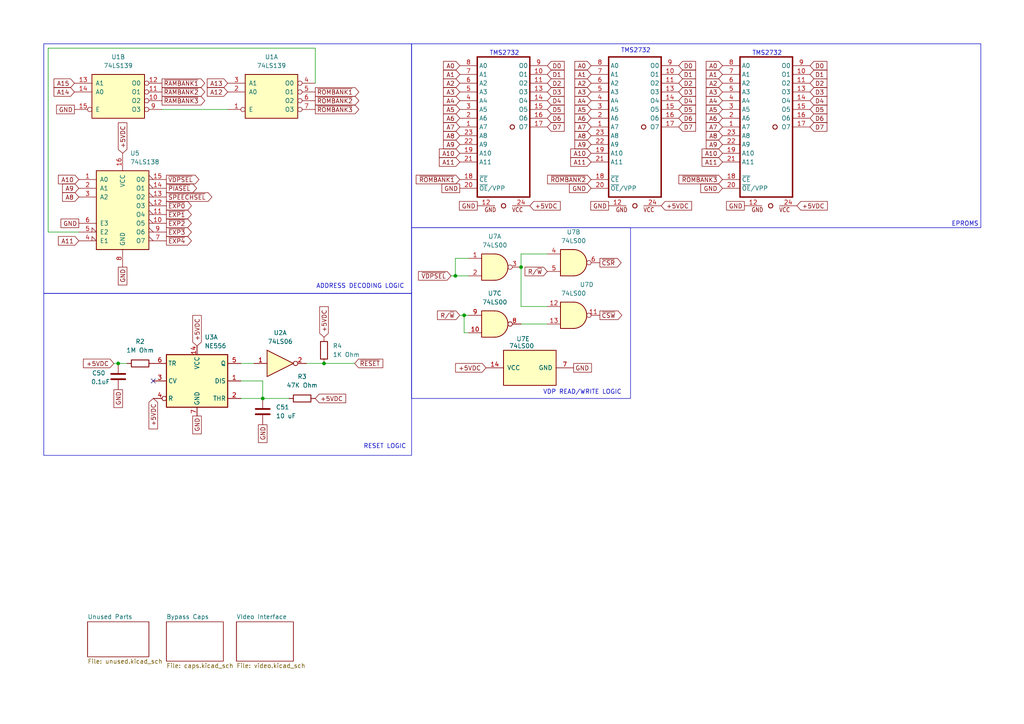
<source format=kicad_sch>
(kicad_sch
	(version 20231120)
	(generator "eeschema")
	(generator_version "8.0")
	(uuid "314449a7-2290-4acd-84cf-f85c76b7719b")
	(paper "A4")
	(lib_symbols
		(symbol "74xx:74LS00"
			(pin_names
				(offset 1.016)
			)
			(exclude_from_sim no)
			(in_bom yes)
			(on_board yes)
			(property "Reference" "U"
				(at 0 1.27 0)
				(effects
					(font
						(size 1.27 1.27)
					)
				)
			)
			(property "Value" "74LS00"
				(at 0 -1.27 0)
				(effects
					(font
						(size 1.27 1.27)
					)
				)
			)
			(property "Footprint" ""
				(at 0 0 0)
				(effects
					(font
						(size 1.27 1.27)
					)
					(hide yes)
				)
			)
			(property "Datasheet" "http://www.ti.com/lit/gpn/sn74ls00"
				(at 0 0 0)
				(effects
					(font
						(size 1.27 1.27)
					)
					(hide yes)
				)
			)
			(property "Description" "quad 2-input NAND gate"
				(at 0 0 0)
				(effects
					(font
						(size 1.27 1.27)
					)
					(hide yes)
				)
			)
			(property "ki_locked" ""
				(at 0 0 0)
				(effects
					(font
						(size 1.27 1.27)
					)
				)
			)
			(property "ki_keywords" "TTL nand 2-input"
				(at 0 0 0)
				(effects
					(font
						(size 1.27 1.27)
					)
					(hide yes)
				)
			)
			(property "ki_fp_filters" "DIP*W7.62mm* SO14*"
				(at 0 0 0)
				(effects
					(font
						(size 1.27 1.27)
					)
					(hide yes)
				)
			)
			(symbol "74LS00_1_1"
				(arc
					(start 0 -3.81)
					(mid 3.7934 0)
					(end 0 3.81)
					(stroke
						(width 0.254)
						(type default)
					)
					(fill
						(type background)
					)
				)
				(polyline
					(pts
						(xy 0 3.81) (xy -3.81 3.81) (xy -3.81 -3.81) (xy 0 -3.81)
					)
					(stroke
						(width 0.254)
						(type default)
					)
					(fill
						(type background)
					)
				)
				(pin input line
					(at -7.62 2.54 0)
					(length 3.81)
					(name "~"
						(effects
							(font
								(size 1.27 1.27)
							)
						)
					)
					(number "1"
						(effects
							(font
								(size 1.27 1.27)
							)
						)
					)
				)
				(pin input line
					(at -7.62 -2.54 0)
					(length 3.81)
					(name "~"
						(effects
							(font
								(size 1.27 1.27)
							)
						)
					)
					(number "2"
						(effects
							(font
								(size 1.27 1.27)
							)
						)
					)
				)
				(pin output inverted
					(at 7.62 0 180)
					(length 3.81)
					(name "~"
						(effects
							(font
								(size 1.27 1.27)
							)
						)
					)
					(number "3"
						(effects
							(font
								(size 1.27 1.27)
							)
						)
					)
				)
			)
			(symbol "74LS00_1_2"
				(arc
					(start -3.81 -3.81)
					(mid -2.589 0)
					(end -3.81 3.81)
					(stroke
						(width 0.254)
						(type default)
					)
					(fill
						(type none)
					)
				)
				(arc
					(start -0.6096 -3.81)
					(mid 2.1842 -2.5851)
					(end 3.81 0)
					(stroke
						(width 0.254)
						(type default)
					)
					(fill
						(type background)
					)
				)
				(polyline
					(pts
						(xy -3.81 -3.81) (xy -0.635 -3.81)
					)
					(stroke
						(width 0.254)
						(type default)
					)
					(fill
						(type background)
					)
				)
				(polyline
					(pts
						(xy -3.81 3.81) (xy -0.635 3.81)
					)
					(stroke
						(width 0.254)
						(type default)
					)
					(fill
						(type background)
					)
				)
				(polyline
					(pts
						(xy -0.635 3.81) (xy -3.81 3.81) (xy -3.81 3.81) (xy -3.556 3.4036) (xy -3.0226 2.2606) (xy -2.6924 1.0414)
						(xy -2.6162 -0.254) (xy -2.7686 -1.4986) (xy -3.175 -2.7178) (xy -3.81 -3.81) (xy -3.81 -3.81)
						(xy -0.635 -3.81)
					)
					(stroke
						(width -25.4)
						(type default)
					)
					(fill
						(type background)
					)
				)
				(arc
					(start 3.81 0)
					(mid 2.1915 2.5936)
					(end -0.6096 3.81)
					(stroke
						(width 0.254)
						(type default)
					)
					(fill
						(type background)
					)
				)
				(pin input inverted
					(at -7.62 2.54 0)
					(length 4.318)
					(name "~"
						(effects
							(font
								(size 1.27 1.27)
							)
						)
					)
					(number "1"
						(effects
							(font
								(size 1.27 1.27)
							)
						)
					)
				)
				(pin input inverted
					(at -7.62 -2.54 0)
					(length 4.318)
					(name "~"
						(effects
							(font
								(size 1.27 1.27)
							)
						)
					)
					(number "2"
						(effects
							(font
								(size 1.27 1.27)
							)
						)
					)
				)
				(pin output line
					(at 7.62 0 180)
					(length 3.81)
					(name "~"
						(effects
							(font
								(size 1.27 1.27)
							)
						)
					)
					(number "3"
						(effects
							(font
								(size 1.27 1.27)
							)
						)
					)
				)
			)
			(symbol "74LS00_2_1"
				(arc
					(start 0 -3.81)
					(mid 3.7934 0)
					(end 0 3.81)
					(stroke
						(width 0.254)
						(type default)
					)
					(fill
						(type background)
					)
				)
				(polyline
					(pts
						(xy 0 3.81) (xy -3.81 3.81) (xy -3.81 -3.81) (xy 0 -3.81)
					)
					(stroke
						(width 0.254)
						(type default)
					)
					(fill
						(type background)
					)
				)
				(pin input line
					(at -7.62 2.54 0)
					(length 3.81)
					(name "~"
						(effects
							(font
								(size 1.27 1.27)
							)
						)
					)
					(number "4"
						(effects
							(font
								(size 1.27 1.27)
							)
						)
					)
				)
				(pin input line
					(at -7.62 -2.54 0)
					(length 3.81)
					(name "~"
						(effects
							(font
								(size 1.27 1.27)
							)
						)
					)
					(number "5"
						(effects
							(font
								(size 1.27 1.27)
							)
						)
					)
				)
				(pin output inverted
					(at 7.62 0 180)
					(length 3.81)
					(name "~"
						(effects
							(font
								(size 1.27 1.27)
							)
						)
					)
					(number "6"
						(effects
							(font
								(size 1.27 1.27)
							)
						)
					)
				)
			)
			(symbol "74LS00_2_2"
				(arc
					(start -3.81 -3.81)
					(mid -2.589 0)
					(end -3.81 3.81)
					(stroke
						(width 0.254)
						(type default)
					)
					(fill
						(type none)
					)
				)
				(arc
					(start -0.6096 -3.81)
					(mid 2.1842 -2.5851)
					(end 3.81 0)
					(stroke
						(width 0.254)
						(type default)
					)
					(fill
						(type background)
					)
				)
				(polyline
					(pts
						(xy -3.81 -3.81) (xy -0.635 -3.81)
					)
					(stroke
						(width 0.254)
						(type default)
					)
					(fill
						(type background)
					)
				)
				(polyline
					(pts
						(xy -3.81 3.81) (xy -0.635 3.81)
					)
					(stroke
						(width 0.254)
						(type default)
					)
					(fill
						(type background)
					)
				)
				(polyline
					(pts
						(xy -0.635 3.81) (xy -3.81 3.81) (xy -3.81 3.81) (xy -3.556 3.4036) (xy -3.0226 2.2606) (xy -2.6924 1.0414)
						(xy -2.6162 -0.254) (xy -2.7686 -1.4986) (xy -3.175 -2.7178) (xy -3.81 -3.81) (xy -3.81 -3.81)
						(xy -0.635 -3.81)
					)
					(stroke
						(width -25.4)
						(type default)
					)
					(fill
						(type background)
					)
				)
				(arc
					(start 3.81 0)
					(mid 2.1915 2.5936)
					(end -0.6096 3.81)
					(stroke
						(width 0.254)
						(type default)
					)
					(fill
						(type background)
					)
				)
				(pin input inverted
					(at -7.62 2.54 0)
					(length 4.318)
					(name "~"
						(effects
							(font
								(size 1.27 1.27)
							)
						)
					)
					(number "4"
						(effects
							(font
								(size 1.27 1.27)
							)
						)
					)
				)
				(pin input inverted
					(at -7.62 -2.54 0)
					(length 4.318)
					(name "~"
						(effects
							(font
								(size 1.27 1.27)
							)
						)
					)
					(number "5"
						(effects
							(font
								(size 1.27 1.27)
							)
						)
					)
				)
				(pin output line
					(at 7.62 0 180)
					(length 3.81)
					(name "~"
						(effects
							(font
								(size 1.27 1.27)
							)
						)
					)
					(number "6"
						(effects
							(font
								(size 1.27 1.27)
							)
						)
					)
				)
			)
			(symbol "74LS00_3_1"
				(arc
					(start 0 -3.81)
					(mid 3.7934 0)
					(end 0 3.81)
					(stroke
						(width 0.254)
						(type default)
					)
					(fill
						(type background)
					)
				)
				(polyline
					(pts
						(xy 0 3.81) (xy -3.81 3.81) (xy -3.81 -3.81) (xy 0 -3.81)
					)
					(stroke
						(width 0.254)
						(type default)
					)
					(fill
						(type background)
					)
				)
				(pin input line
					(at -7.62 -2.54 0)
					(length 3.81)
					(name "~"
						(effects
							(font
								(size 1.27 1.27)
							)
						)
					)
					(number "10"
						(effects
							(font
								(size 1.27 1.27)
							)
						)
					)
				)
				(pin output inverted
					(at 7.62 0 180)
					(length 3.81)
					(name "~"
						(effects
							(font
								(size 1.27 1.27)
							)
						)
					)
					(number "8"
						(effects
							(font
								(size 1.27 1.27)
							)
						)
					)
				)
				(pin input line
					(at -7.62 2.54 0)
					(length 3.81)
					(name "~"
						(effects
							(font
								(size 1.27 1.27)
							)
						)
					)
					(number "9"
						(effects
							(font
								(size 1.27 1.27)
							)
						)
					)
				)
			)
			(symbol "74LS00_3_2"
				(arc
					(start -3.81 -3.81)
					(mid -2.589 0)
					(end -3.81 3.81)
					(stroke
						(width 0.254)
						(type default)
					)
					(fill
						(type none)
					)
				)
				(arc
					(start -0.6096 -3.81)
					(mid 2.1842 -2.5851)
					(end 3.81 0)
					(stroke
						(width 0.254)
						(type default)
					)
					(fill
						(type background)
					)
				)
				(polyline
					(pts
						(xy -3.81 -3.81) (xy -0.635 -3.81)
					)
					(stroke
						(width 0.254)
						(type default)
					)
					(fill
						(type background)
					)
				)
				(polyline
					(pts
						(xy -3.81 3.81) (xy -0.635 3.81)
					)
					(stroke
						(width 0.254)
						(type default)
					)
					(fill
						(type background)
					)
				)
				(polyline
					(pts
						(xy -0.635 3.81) (xy -3.81 3.81) (xy -3.81 3.81) (xy -3.556 3.4036) (xy -3.0226 2.2606) (xy -2.6924 1.0414)
						(xy -2.6162 -0.254) (xy -2.7686 -1.4986) (xy -3.175 -2.7178) (xy -3.81 -3.81) (xy -3.81 -3.81)
						(xy -0.635 -3.81)
					)
					(stroke
						(width -25.4)
						(type default)
					)
					(fill
						(type background)
					)
				)
				(arc
					(start 3.81 0)
					(mid 2.1915 2.5936)
					(end -0.6096 3.81)
					(stroke
						(width 0.254)
						(type default)
					)
					(fill
						(type background)
					)
				)
				(pin input inverted
					(at -7.62 -2.54 0)
					(length 4.318)
					(name "~"
						(effects
							(font
								(size 1.27 1.27)
							)
						)
					)
					(number "10"
						(effects
							(font
								(size 1.27 1.27)
							)
						)
					)
				)
				(pin output line
					(at 7.62 0 180)
					(length 3.81)
					(name "~"
						(effects
							(font
								(size 1.27 1.27)
							)
						)
					)
					(number "8"
						(effects
							(font
								(size 1.27 1.27)
							)
						)
					)
				)
				(pin input inverted
					(at -7.62 2.54 0)
					(length 4.318)
					(name "~"
						(effects
							(font
								(size 1.27 1.27)
							)
						)
					)
					(number "9"
						(effects
							(font
								(size 1.27 1.27)
							)
						)
					)
				)
			)
			(symbol "74LS00_4_1"
				(arc
					(start 0 -3.81)
					(mid 3.7934 0)
					(end 0 3.81)
					(stroke
						(width 0.254)
						(type default)
					)
					(fill
						(type background)
					)
				)
				(polyline
					(pts
						(xy 0 3.81) (xy -3.81 3.81) (xy -3.81 -3.81) (xy 0 -3.81)
					)
					(stroke
						(width 0.254)
						(type default)
					)
					(fill
						(type background)
					)
				)
				(pin output inverted
					(at 7.62 0 180)
					(length 3.81)
					(name "~"
						(effects
							(font
								(size 1.27 1.27)
							)
						)
					)
					(number "11"
						(effects
							(font
								(size 1.27 1.27)
							)
						)
					)
				)
				(pin input line
					(at -7.62 2.54 0)
					(length 3.81)
					(name "~"
						(effects
							(font
								(size 1.27 1.27)
							)
						)
					)
					(number "12"
						(effects
							(font
								(size 1.27 1.27)
							)
						)
					)
				)
				(pin input line
					(at -7.62 -2.54 0)
					(length 3.81)
					(name "~"
						(effects
							(font
								(size 1.27 1.27)
							)
						)
					)
					(number "13"
						(effects
							(font
								(size 1.27 1.27)
							)
						)
					)
				)
			)
			(symbol "74LS00_4_2"
				(arc
					(start -3.81 -3.81)
					(mid -2.589 0)
					(end -3.81 3.81)
					(stroke
						(width 0.254)
						(type default)
					)
					(fill
						(type none)
					)
				)
				(arc
					(start -0.6096 -3.81)
					(mid 2.1842 -2.5851)
					(end 3.81 0)
					(stroke
						(width 0.254)
						(type default)
					)
					(fill
						(type background)
					)
				)
				(polyline
					(pts
						(xy -3.81 -3.81) (xy -0.635 -3.81)
					)
					(stroke
						(width 0.254)
						(type default)
					)
					(fill
						(type background)
					)
				)
				(polyline
					(pts
						(xy -3.81 3.81) (xy -0.635 3.81)
					)
					(stroke
						(width 0.254)
						(type default)
					)
					(fill
						(type background)
					)
				)
				(polyline
					(pts
						(xy -0.635 3.81) (xy -3.81 3.81) (xy -3.81 3.81) (xy -3.556 3.4036) (xy -3.0226 2.2606) (xy -2.6924 1.0414)
						(xy -2.6162 -0.254) (xy -2.7686 -1.4986) (xy -3.175 -2.7178) (xy -3.81 -3.81) (xy -3.81 -3.81)
						(xy -0.635 -3.81)
					)
					(stroke
						(width -25.4)
						(type default)
					)
					(fill
						(type background)
					)
				)
				(arc
					(start 3.81 0)
					(mid 2.1915 2.5936)
					(end -0.6096 3.81)
					(stroke
						(width 0.254)
						(type default)
					)
					(fill
						(type background)
					)
				)
				(pin output line
					(at 7.62 0 180)
					(length 3.81)
					(name "~"
						(effects
							(font
								(size 1.27 1.27)
							)
						)
					)
					(number "11"
						(effects
							(font
								(size 1.27 1.27)
							)
						)
					)
				)
				(pin input inverted
					(at -7.62 2.54 0)
					(length 4.318)
					(name "~"
						(effects
							(font
								(size 1.27 1.27)
							)
						)
					)
					(number "12"
						(effects
							(font
								(size 1.27 1.27)
							)
						)
					)
				)
				(pin input inverted
					(at -7.62 -2.54 0)
					(length 4.318)
					(name "~"
						(effects
							(font
								(size 1.27 1.27)
							)
						)
					)
					(number "13"
						(effects
							(font
								(size 1.27 1.27)
							)
						)
					)
				)
			)
			(symbol "74LS00_5_0"
				(pin power_in line
					(at 0 12.7 270)
					(length 5.08)
					(name "VCC"
						(effects
							(font
								(size 1.27 1.27)
							)
						)
					)
					(number "14"
						(effects
							(font
								(size 1.27 1.27)
							)
						)
					)
				)
				(pin power_in line
					(at 0 -12.7 90)
					(length 5.08)
					(name "GND"
						(effects
							(font
								(size 1.27 1.27)
							)
						)
					)
					(number "7"
						(effects
							(font
								(size 1.27 1.27)
							)
						)
					)
				)
			)
			(symbol "74LS00_5_1"
				(rectangle
					(start -5.08 7.62)
					(end 5.08 -7.62)
					(stroke
						(width 0.254)
						(type default)
					)
					(fill
						(type background)
					)
				)
			)
		)
		(symbol "74xx:74LS06"
			(pin_names
				(offset 1.016)
			)
			(exclude_from_sim no)
			(in_bom yes)
			(on_board yes)
			(property "Reference" "U"
				(at 0 1.27 0)
				(effects
					(font
						(size 1.27 1.27)
					)
				)
			)
			(property "Value" "74LS06"
				(at 0 -1.27 0)
				(effects
					(font
						(size 1.27 1.27)
					)
				)
			)
			(property "Footprint" ""
				(at 0 0 0)
				(effects
					(font
						(size 1.27 1.27)
					)
					(hide yes)
				)
			)
			(property "Datasheet" "http://www.ti.com/lit/gpn/sn74LS06"
				(at 0 0 0)
				(effects
					(font
						(size 1.27 1.27)
					)
					(hide yes)
				)
			)
			(property "Description" "Inverter Open Collect"
				(at 0 0 0)
				(effects
					(font
						(size 1.27 1.27)
					)
					(hide yes)
				)
			)
			(property "ki_locked" ""
				(at 0 0 0)
				(effects
					(font
						(size 1.27 1.27)
					)
				)
			)
			(property "ki_keywords" "TTL not inv OpenCol"
				(at 0 0 0)
				(effects
					(font
						(size 1.27 1.27)
					)
					(hide yes)
				)
			)
			(property "ki_fp_filters" "DIP*W7.62mm*"
				(at 0 0 0)
				(effects
					(font
						(size 1.27 1.27)
					)
					(hide yes)
				)
			)
			(symbol "74LS06_1_0"
				(polyline
					(pts
						(xy -3.81 3.81) (xy -3.81 -3.81) (xy 3.81 0) (xy -3.81 3.81)
					)
					(stroke
						(width 0.254)
						(type default)
					)
					(fill
						(type background)
					)
				)
				(pin input line
					(at -7.62 0 0)
					(length 3.81)
					(name "~"
						(effects
							(font
								(size 1.27 1.27)
							)
						)
					)
					(number "1"
						(effects
							(font
								(size 1.27 1.27)
							)
						)
					)
				)
				(pin open_collector inverted
					(at 7.62 0 180)
					(length 3.81)
					(name "~"
						(effects
							(font
								(size 1.27 1.27)
							)
						)
					)
					(number "2"
						(effects
							(font
								(size 1.27 1.27)
							)
						)
					)
				)
			)
			(symbol "74LS06_2_0"
				(polyline
					(pts
						(xy -3.81 3.81) (xy -3.81 -3.81) (xy 3.81 0) (xy -3.81 3.81)
					)
					(stroke
						(width 0.254)
						(type default)
					)
					(fill
						(type background)
					)
				)
				(pin input line
					(at -7.62 0 0)
					(length 3.81)
					(name "~"
						(effects
							(font
								(size 1.27 1.27)
							)
						)
					)
					(number "3"
						(effects
							(font
								(size 1.27 1.27)
							)
						)
					)
				)
				(pin open_collector inverted
					(at 7.62 0 180)
					(length 3.81)
					(name "~"
						(effects
							(font
								(size 1.27 1.27)
							)
						)
					)
					(number "4"
						(effects
							(font
								(size 1.27 1.27)
							)
						)
					)
				)
			)
			(symbol "74LS06_3_0"
				(polyline
					(pts
						(xy -3.81 3.81) (xy -3.81 -3.81) (xy 3.81 0) (xy -3.81 3.81)
					)
					(stroke
						(width 0.254)
						(type default)
					)
					(fill
						(type background)
					)
				)
				(pin input line
					(at -7.62 0 0)
					(length 3.81)
					(name "~"
						(effects
							(font
								(size 1.27 1.27)
							)
						)
					)
					(number "5"
						(effects
							(font
								(size 1.27 1.27)
							)
						)
					)
				)
				(pin open_collector inverted
					(at 7.62 0 180)
					(length 3.81)
					(name "~"
						(effects
							(font
								(size 1.27 1.27)
							)
						)
					)
					(number "6"
						(effects
							(font
								(size 1.27 1.27)
							)
						)
					)
				)
			)
			(symbol "74LS06_4_0"
				(polyline
					(pts
						(xy -3.81 3.81) (xy -3.81 -3.81) (xy 3.81 0) (xy -3.81 3.81)
					)
					(stroke
						(width 0.254)
						(type default)
					)
					(fill
						(type background)
					)
				)
				(pin open_collector inverted
					(at 7.62 0 180)
					(length 3.81)
					(name "~"
						(effects
							(font
								(size 1.27 1.27)
							)
						)
					)
					(number "8"
						(effects
							(font
								(size 1.27 1.27)
							)
						)
					)
				)
				(pin input line
					(at -7.62 0 0)
					(length 3.81)
					(name "~"
						(effects
							(font
								(size 1.27 1.27)
							)
						)
					)
					(number "9"
						(effects
							(font
								(size 1.27 1.27)
							)
						)
					)
				)
			)
			(symbol "74LS06_5_0"
				(polyline
					(pts
						(xy -3.81 3.81) (xy -3.81 -3.81) (xy 3.81 0) (xy -3.81 3.81)
					)
					(stroke
						(width 0.254)
						(type default)
					)
					(fill
						(type background)
					)
				)
				(pin open_collector inverted
					(at 7.62 0 180)
					(length 3.81)
					(name "~"
						(effects
							(font
								(size 1.27 1.27)
							)
						)
					)
					(number "10"
						(effects
							(font
								(size 1.27 1.27)
							)
						)
					)
				)
				(pin input line
					(at -7.62 0 0)
					(length 3.81)
					(name "~"
						(effects
							(font
								(size 1.27 1.27)
							)
						)
					)
					(number "11"
						(effects
							(font
								(size 1.27 1.27)
							)
						)
					)
				)
			)
			(symbol "74LS06_6_0"
				(polyline
					(pts
						(xy -3.81 3.81) (xy -3.81 -3.81) (xy 3.81 0) (xy -3.81 3.81)
					)
					(stroke
						(width 0.254)
						(type default)
					)
					(fill
						(type background)
					)
				)
				(pin open_collector inverted
					(at 7.62 0 180)
					(length 3.81)
					(name "~"
						(effects
							(font
								(size 1.27 1.27)
							)
						)
					)
					(number "12"
						(effects
							(font
								(size 1.27 1.27)
							)
						)
					)
				)
				(pin input line
					(at -7.62 0 0)
					(length 3.81)
					(name "~"
						(effects
							(font
								(size 1.27 1.27)
							)
						)
					)
					(number "13"
						(effects
							(font
								(size 1.27 1.27)
							)
						)
					)
				)
			)
			(symbol "74LS06_7_0"
				(pin power_in line
					(at 0 12.7 270)
					(length 5.08)
					(name "VCC"
						(effects
							(font
								(size 1.27 1.27)
							)
						)
					)
					(number "14"
						(effects
							(font
								(size 1.27 1.27)
							)
						)
					)
				)
				(pin power_in line
					(at 0 -12.7 90)
					(length 5.08)
					(name "GND"
						(effects
							(font
								(size 1.27 1.27)
							)
						)
					)
					(number "7"
						(effects
							(font
								(size 1.27 1.27)
							)
						)
					)
				)
			)
			(symbol "74LS06_7_1"
				(rectangle
					(start -5.08 7.62)
					(end 5.08 -7.62)
					(stroke
						(width 0.254)
						(type default)
					)
					(fill
						(type background)
					)
				)
			)
		)
		(symbol "74xx:74LS138"
			(pin_names
				(offset 1.016)
			)
			(exclude_from_sim no)
			(in_bom yes)
			(on_board yes)
			(property "Reference" "U"
				(at -7.62 11.43 0)
				(effects
					(font
						(size 1.27 1.27)
					)
				)
			)
			(property "Value" "74LS138"
				(at -7.62 -13.97 0)
				(effects
					(font
						(size 1.27 1.27)
					)
				)
			)
			(property "Footprint" ""
				(at 0 0 0)
				(effects
					(font
						(size 1.27 1.27)
					)
					(hide yes)
				)
			)
			(property "Datasheet" "http://www.ti.com/lit/gpn/sn74LS138"
				(at 0 0 0)
				(effects
					(font
						(size 1.27 1.27)
					)
					(hide yes)
				)
			)
			(property "Description" "Decoder 3 to 8 active low outputs"
				(at 0 0 0)
				(effects
					(font
						(size 1.27 1.27)
					)
					(hide yes)
				)
			)
			(property "ki_locked" ""
				(at 0 0 0)
				(effects
					(font
						(size 1.27 1.27)
					)
				)
			)
			(property "ki_keywords" "TTL DECOD DECOD8"
				(at 0 0 0)
				(effects
					(font
						(size 1.27 1.27)
					)
					(hide yes)
				)
			)
			(property "ki_fp_filters" "DIP?16*"
				(at 0 0 0)
				(effects
					(font
						(size 1.27 1.27)
					)
					(hide yes)
				)
			)
			(symbol "74LS138_1_0"
				(pin input line
					(at -12.7 7.62 0)
					(length 5.08)
					(name "A0"
						(effects
							(font
								(size 1.27 1.27)
							)
						)
					)
					(number "1"
						(effects
							(font
								(size 1.27 1.27)
							)
						)
					)
				)
				(pin output output_low
					(at 12.7 -5.08 180)
					(length 5.08)
					(name "O5"
						(effects
							(font
								(size 1.27 1.27)
							)
						)
					)
					(number "10"
						(effects
							(font
								(size 1.27 1.27)
							)
						)
					)
				)
				(pin output output_low
					(at 12.7 -2.54 180)
					(length 5.08)
					(name "O4"
						(effects
							(font
								(size 1.27 1.27)
							)
						)
					)
					(number "11"
						(effects
							(font
								(size 1.27 1.27)
							)
						)
					)
				)
				(pin output output_low
					(at 12.7 0 180)
					(length 5.08)
					(name "O3"
						(effects
							(font
								(size 1.27 1.27)
							)
						)
					)
					(number "12"
						(effects
							(font
								(size 1.27 1.27)
							)
						)
					)
				)
				(pin output output_low
					(at 12.7 2.54 180)
					(length 5.08)
					(name "O2"
						(effects
							(font
								(size 1.27 1.27)
							)
						)
					)
					(number "13"
						(effects
							(font
								(size 1.27 1.27)
							)
						)
					)
				)
				(pin output output_low
					(at 12.7 5.08 180)
					(length 5.08)
					(name "O1"
						(effects
							(font
								(size 1.27 1.27)
							)
						)
					)
					(number "14"
						(effects
							(font
								(size 1.27 1.27)
							)
						)
					)
				)
				(pin output output_low
					(at 12.7 7.62 180)
					(length 5.08)
					(name "O0"
						(effects
							(font
								(size 1.27 1.27)
							)
						)
					)
					(number "15"
						(effects
							(font
								(size 1.27 1.27)
							)
						)
					)
				)
				(pin power_in line
					(at 0 15.24 270)
					(length 5.08)
					(name "VCC"
						(effects
							(font
								(size 1.27 1.27)
							)
						)
					)
					(number "16"
						(effects
							(font
								(size 1.27 1.27)
							)
						)
					)
				)
				(pin input line
					(at -12.7 5.08 0)
					(length 5.08)
					(name "A1"
						(effects
							(font
								(size 1.27 1.27)
							)
						)
					)
					(number "2"
						(effects
							(font
								(size 1.27 1.27)
							)
						)
					)
				)
				(pin input line
					(at -12.7 2.54 0)
					(length 5.08)
					(name "A2"
						(effects
							(font
								(size 1.27 1.27)
							)
						)
					)
					(number "3"
						(effects
							(font
								(size 1.27 1.27)
							)
						)
					)
				)
				(pin input input_low
					(at -12.7 -10.16 0)
					(length 5.08)
					(name "E1"
						(effects
							(font
								(size 1.27 1.27)
							)
						)
					)
					(number "4"
						(effects
							(font
								(size 1.27 1.27)
							)
						)
					)
				)
				(pin input input_low
					(at -12.7 -7.62 0)
					(length 5.08)
					(name "E2"
						(effects
							(font
								(size 1.27 1.27)
							)
						)
					)
					(number "5"
						(effects
							(font
								(size 1.27 1.27)
							)
						)
					)
				)
				(pin input line
					(at -12.7 -5.08 0)
					(length 5.08)
					(name "E3"
						(effects
							(font
								(size 1.27 1.27)
							)
						)
					)
					(number "6"
						(effects
							(font
								(size 1.27 1.27)
							)
						)
					)
				)
				(pin output output_low
					(at 12.7 -10.16 180)
					(length 5.08)
					(name "O7"
						(effects
							(font
								(size 1.27 1.27)
							)
						)
					)
					(number "7"
						(effects
							(font
								(size 1.27 1.27)
							)
						)
					)
				)
				(pin power_in line
					(at 0 -17.78 90)
					(length 5.08)
					(name "GND"
						(effects
							(font
								(size 1.27 1.27)
							)
						)
					)
					(number "8"
						(effects
							(font
								(size 1.27 1.27)
							)
						)
					)
				)
				(pin output output_low
					(at 12.7 -7.62 180)
					(length 5.08)
					(name "O6"
						(effects
							(font
								(size 1.27 1.27)
							)
						)
					)
					(number "9"
						(effects
							(font
								(size 1.27 1.27)
							)
						)
					)
				)
			)
			(symbol "74LS138_1_1"
				(rectangle
					(start -7.62 10.16)
					(end 7.62 -12.7)
					(stroke
						(width 0.254)
						(type default)
					)
					(fill
						(type background)
					)
				)
			)
		)
		(symbol "74xx:74LS139"
			(pin_names
				(offset 1.016)
			)
			(exclude_from_sim no)
			(in_bom yes)
			(on_board yes)
			(property "Reference" "U"
				(at -7.62 8.89 0)
				(effects
					(font
						(size 1.27 1.27)
					)
				)
			)
			(property "Value" "74LS139"
				(at -7.62 -8.89 0)
				(effects
					(font
						(size 1.27 1.27)
					)
				)
			)
			(property "Footprint" ""
				(at 0 0 0)
				(effects
					(font
						(size 1.27 1.27)
					)
					(hide yes)
				)
			)
			(property "Datasheet" "http://www.ti.com/lit/ds/symlink/sn74ls139a.pdf"
				(at 0 0 0)
				(effects
					(font
						(size 1.27 1.27)
					)
					(hide yes)
				)
			)
			(property "Description" "Dual Decoder 1 of 4, Active low outputs"
				(at 0 0 0)
				(effects
					(font
						(size 1.27 1.27)
					)
					(hide yes)
				)
			)
			(property "ki_locked" ""
				(at 0 0 0)
				(effects
					(font
						(size 1.27 1.27)
					)
				)
			)
			(property "ki_keywords" "TTL DECOD4"
				(at 0 0 0)
				(effects
					(font
						(size 1.27 1.27)
					)
					(hide yes)
				)
			)
			(property "ki_fp_filters" "DIP?16*"
				(at 0 0 0)
				(effects
					(font
						(size 1.27 1.27)
					)
					(hide yes)
				)
			)
			(symbol "74LS139_1_0"
				(pin input inverted
					(at -12.7 -5.08 0)
					(length 5.08)
					(name "E"
						(effects
							(font
								(size 1.27 1.27)
							)
						)
					)
					(number "1"
						(effects
							(font
								(size 1.27 1.27)
							)
						)
					)
				)
				(pin input line
					(at -12.7 0 0)
					(length 5.08)
					(name "A0"
						(effects
							(font
								(size 1.27 1.27)
							)
						)
					)
					(number "2"
						(effects
							(font
								(size 1.27 1.27)
							)
						)
					)
				)
				(pin input line
					(at -12.7 2.54 0)
					(length 5.08)
					(name "A1"
						(effects
							(font
								(size 1.27 1.27)
							)
						)
					)
					(number "3"
						(effects
							(font
								(size 1.27 1.27)
							)
						)
					)
				)
				(pin output inverted
					(at 12.7 2.54 180)
					(length 5.08)
					(name "O0"
						(effects
							(font
								(size 1.27 1.27)
							)
						)
					)
					(number "4"
						(effects
							(font
								(size 1.27 1.27)
							)
						)
					)
				)
				(pin output inverted
					(at 12.7 0 180)
					(length 5.08)
					(name "O1"
						(effects
							(font
								(size 1.27 1.27)
							)
						)
					)
					(number "5"
						(effects
							(font
								(size 1.27 1.27)
							)
						)
					)
				)
				(pin output inverted
					(at 12.7 -2.54 180)
					(length 5.08)
					(name "O2"
						(effects
							(font
								(size 1.27 1.27)
							)
						)
					)
					(number "6"
						(effects
							(font
								(size 1.27 1.27)
							)
						)
					)
				)
				(pin output inverted
					(at 12.7 -5.08 180)
					(length 5.08)
					(name "O3"
						(effects
							(font
								(size 1.27 1.27)
							)
						)
					)
					(number "7"
						(effects
							(font
								(size 1.27 1.27)
							)
						)
					)
				)
			)
			(symbol "74LS139_1_1"
				(rectangle
					(start -7.62 5.08)
					(end 7.62 -7.62)
					(stroke
						(width 0.254)
						(type default)
					)
					(fill
						(type background)
					)
				)
			)
			(symbol "74LS139_2_0"
				(pin output inverted
					(at 12.7 -2.54 180)
					(length 5.08)
					(name "O2"
						(effects
							(font
								(size 1.27 1.27)
							)
						)
					)
					(number "10"
						(effects
							(font
								(size 1.27 1.27)
							)
						)
					)
				)
				(pin output inverted
					(at 12.7 0 180)
					(length 5.08)
					(name "O1"
						(effects
							(font
								(size 1.27 1.27)
							)
						)
					)
					(number "11"
						(effects
							(font
								(size 1.27 1.27)
							)
						)
					)
				)
				(pin output inverted
					(at 12.7 2.54 180)
					(length 5.08)
					(name "O0"
						(effects
							(font
								(size 1.27 1.27)
							)
						)
					)
					(number "12"
						(effects
							(font
								(size 1.27 1.27)
							)
						)
					)
				)
				(pin input line
					(at -12.7 2.54 0)
					(length 5.08)
					(name "A1"
						(effects
							(font
								(size 1.27 1.27)
							)
						)
					)
					(number "13"
						(effects
							(font
								(size 1.27 1.27)
							)
						)
					)
				)
				(pin input line
					(at -12.7 0 0)
					(length 5.08)
					(name "A0"
						(effects
							(font
								(size 1.27 1.27)
							)
						)
					)
					(number "14"
						(effects
							(font
								(size 1.27 1.27)
							)
						)
					)
				)
				(pin input inverted
					(at -12.7 -5.08 0)
					(length 5.08)
					(name "E"
						(effects
							(font
								(size 1.27 1.27)
							)
						)
					)
					(number "15"
						(effects
							(font
								(size 1.27 1.27)
							)
						)
					)
				)
				(pin output inverted
					(at 12.7 -5.08 180)
					(length 5.08)
					(name "O3"
						(effects
							(font
								(size 1.27 1.27)
							)
						)
					)
					(number "9"
						(effects
							(font
								(size 1.27 1.27)
							)
						)
					)
				)
			)
			(symbol "74LS139_2_1"
				(rectangle
					(start -7.62 5.08)
					(end 7.62 -7.62)
					(stroke
						(width 0.254)
						(type default)
					)
					(fill
						(type background)
					)
				)
			)
			(symbol "74LS139_3_0"
				(pin power_in line
					(at 0 12.7 270)
					(length 5.08)
					(name "VCC"
						(effects
							(font
								(size 1.27 1.27)
							)
						)
					)
					(number "16"
						(effects
							(font
								(size 1.27 1.27)
							)
						)
					)
				)
				(pin power_in line
					(at 0 -12.7 90)
					(length 5.08)
					(name "GND"
						(effects
							(font
								(size 1.27 1.27)
							)
						)
					)
					(number "8"
						(effects
							(font
								(size 1.27 1.27)
							)
						)
					)
				)
			)
			(symbol "74LS139_3_1"
				(rectangle
					(start -5.08 7.62)
					(end 5.08 -7.62)
					(stroke
						(width 0.254)
						(type default)
					)
					(fill
						(type background)
					)
				)
			)
		)
		(symbol "Device:C"
			(pin_numbers hide)
			(pin_names
				(offset 0.254)
			)
			(exclude_from_sim no)
			(in_bom yes)
			(on_board yes)
			(property "Reference" "C"
				(at 0.635 2.54 0)
				(effects
					(font
						(size 1.27 1.27)
					)
					(justify left)
				)
			)
			(property "Value" "C"
				(at 0.635 -2.54 0)
				(effects
					(font
						(size 1.27 1.27)
					)
					(justify left)
				)
			)
			(property "Footprint" ""
				(at 0.9652 -3.81 0)
				(effects
					(font
						(size 1.27 1.27)
					)
					(hide yes)
				)
			)
			(property "Datasheet" "~"
				(at 0 0 0)
				(effects
					(font
						(size 1.27 1.27)
					)
					(hide yes)
				)
			)
			(property "Description" "Unpolarized capacitor"
				(at 0 0 0)
				(effects
					(font
						(size 1.27 1.27)
					)
					(hide yes)
				)
			)
			(property "ki_keywords" "cap capacitor"
				(at 0 0 0)
				(effects
					(font
						(size 1.27 1.27)
					)
					(hide yes)
				)
			)
			(property "ki_fp_filters" "C_*"
				(at 0 0 0)
				(effects
					(font
						(size 1.27 1.27)
					)
					(hide yes)
				)
			)
			(symbol "C_0_1"
				(polyline
					(pts
						(xy -2.032 -0.762) (xy 2.032 -0.762)
					)
					(stroke
						(width 0.508)
						(type default)
					)
					(fill
						(type none)
					)
				)
				(polyline
					(pts
						(xy -2.032 0.762) (xy 2.032 0.762)
					)
					(stroke
						(width 0.508)
						(type default)
					)
					(fill
						(type none)
					)
				)
			)
			(symbol "C_1_1"
				(pin passive line
					(at 0 3.81 270)
					(length 2.794)
					(name "~"
						(effects
							(font
								(size 1.27 1.27)
							)
						)
					)
					(number "1"
						(effects
							(font
								(size 1.27 1.27)
							)
						)
					)
				)
				(pin passive line
					(at 0 -3.81 90)
					(length 2.794)
					(name "~"
						(effects
							(font
								(size 1.27 1.27)
							)
						)
					)
					(number "2"
						(effects
							(font
								(size 1.27 1.27)
							)
						)
					)
				)
			)
		)
		(symbol "Device:R"
			(pin_numbers hide)
			(pin_names
				(offset 0)
			)
			(exclude_from_sim no)
			(in_bom yes)
			(on_board yes)
			(property "Reference" "R"
				(at 2.032 0 90)
				(effects
					(font
						(size 1.27 1.27)
					)
				)
			)
			(property "Value" "R"
				(at 0 0 90)
				(effects
					(font
						(size 1.27 1.27)
					)
				)
			)
			(property "Footprint" ""
				(at -1.778 0 90)
				(effects
					(font
						(size 1.27 1.27)
					)
					(hide yes)
				)
			)
			(property "Datasheet" "~"
				(at 0 0 0)
				(effects
					(font
						(size 1.27 1.27)
					)
					(hide yes)
				)
			)
			(property "Description" "Resistor"
				(at 0 0 0)
				(effects
					(font
						(size 1.27 1.27)
					)
					(hide yes)
				)
			)
			(property "ki_keywords" "R res resistor"
				(at 0 0 0)
				(effects
					(font
						(size 1.27 1.27)
					)
					(hide yes)
				)
			)
			(property "ki_fp_filters" "R_*"
				(at 0 0 0)
				(effects
					(font
						(size 1.27 1.27)
					)
					(hide yes)
				)
			)
			(symbol "R_0_1"
				(rectangle
					(start -1.016 -2.54)
					(end 1.016 2.54)
					(stroke
						(width 0.254)
						(type default)
					)
					(fill
						(type none)
					)
				)
			)
			(symbol "R_1_1"
				(pin passive line
					(at 0 3.81 270)
					(length 1.27)
					(name "~"
						(effects
							(font
								(size 1.27 1.27)
							)
						)
					)
					(number "1"
						(effects
							(font
								(size 1.27 1.27)
							)
						)
					)
				)
				(pin passive line
					(at 0 -3.81 90)
					(length 1.27)
					(name "~"
						(effects
							(font
								(size 1.27 1.27)
							)
						)
					)
					(number "2"
						(effects
							(font
								(size 1.27 1.27)
							)
						)
					)
				)
			)
		)
		(symbol "TheLittleEngineers.org-2732-TOFROM-2532-GCC-ECS-0001.2-09.APRIL.2019-02.JUNE.2019-eagle-import:2732"
			(exclude_from_sim no)
			(in_bom yes)
			(on_board yes)
			(property "Reference" "IC"
				(at -0.635 -0.635 0)
				(effects
					(font
						(size 1.778 1.5113)
					)
					(justify left bottom)
					(hide yes)
				)
			)
			(property "Value" ""
				(at 0 0 0)
				(effects
					(font
						(size 1.27 1.27)
					)
					(hide yes)
				)
			)
			(property "Footprint" "TheLittleEngineers.org-2732-TOFROM-2532-GCC-ECS-0001.2-09.APRIL.2019-02.JUNE.2019:DIL24"
				(at 0 0 0)
				(effects
					(font
						(size 1.27 1.27)
					)
					(hide yes)
				)
			)
			(property "Datasheet" ""
				(at 0 0 0)
				(effects
					(font
						(size 1.27 1.27)
					)
					(hide yes)
				)
			)
			(property "Description" "TMS2732A EPROM\nCopyright ©07 Jan 2013, by:\nRobert \"The R.A.T.\" Allen Turner\nhttp://www.TheLittleEngineers.org/ http://www.TheLittleEngineers.org/\nmailto:TheLittleEngineers@outlook.com TheLittleEngineers@outlook.com\nmailto:OurLittleEngineers@gMail.com OurLittleEngineers@gMail.com\nYou may use these components in your own projects, however, please take note that we CANNOT guarantee the accuracy of these components (nor any part of this library). We make NO guarantees that the components, footprints or schematic symbols in this library are flawless, and we make no promises of fitness for production, prototyping or any other purpose. These libraries are provided for informational purposes only, and are used at your own discretion. By downloading these libraries, you agree that we cannot be held responsible for faulty PCBs. You should always check the footprints with a 1:1 printout. Neither Robert Allen Turner, http://www.TheLittleEngineers.org/ The Little Engineers, http://www.TheLittleEngineers.org/ TheLittleEngineers.org, http://www.GIMEchip.com/ GIMEchip.com, nor anyone affiliated with same shall be held responsible for any outcome resulting from the usage of these files. Should any errors be found, please contact us at one of the above email addresses and we will attempt to repair them. Unless otherwise noted, content of this library is licensed under a Creative Commons Attribution-ShareAlike 4.0 International (CC BY-SA 4.0) license https://creativecommons.org/licenses/by-sa/4.0/ (https://creativecommons.org/licenses/by-sa/4.0/) on 20 April 2019 in memory of my Father, Robert Embry Turner - I LOVE YOU DAD! Rest In Peace. Please note that the http://www.GIMEchip.com/ GIMEchip.com domain was acquired by Robert \"The R.A.T.\" Allen Turner on December 24, 2018 from the prior owners, which happen to be his brother and nephew. As such, \"The R.A.T.\" is unable to answer any inquiries regarding any products or services of http://www.GIMEchip.com/ GIMEchip.com prior to that date. \"The R.A.T.\" also acquired the rights to all products previously produced by http://www.GIMEchip.com/ GIMEchip.com and its previous owners. Those products will all be released as open source, under a Creative Commons Attribution-ShareAlike 4.0 International (CC BY-SA 4.0) license https://creativecommons.org/licenses/by-sa/4.0/ (https://creativecommons.org/licenses/by-sa/4.0/), as time and resources permit."
				(at 0 0 0)
				(effects
					(font
						(size 1.27 1.27)
					)
					(hide yes)
				)
			)
			(property "ki_locked" ""
				(at 0 0 0)
				(effects
					(font
						(size 1.27 1.27)
					)
				)
			)
			(symbol "2732_1_0"
				(polyline
					(pts
						(xy -10.16 -20.32) (xy 5.08 -20.32)
					)
					(stroke
						(width 0.4064)
						(type solid)
					)
					(fill
						(type none)
					)
				)
				(polyline
					(pts
						(xy -10.16 20.32) (xy -10.16 -20.32)
					)
					(stroke
						(width 0.4064)
						(type solid)
					)
					(fill
						(type none)
					)
				)
				(polyline
					(pts
						(xy 5.08 -20.32) (xy 5.08 20.32)
					)
					(stroke
						(width 0.4064)
						(type solid)
					)
					(fill
						(type none)
					)
				)
				(polyline
					(pts
						(xy 5.08 20.32) (xy -10.16 20.32)
					)
					(stroke
						(width 0.4064)
						(type solid)
					)
					(fill
						(type none)
					)
				)
				(circle
					(center 0 0)
					(radius 0.635)
					(stroke
						(width 0.254)
						(type solid)
					)
					(fill
						(type none)
					)
				)
				(pin input line
					(at -15.24 0 0)
					(length 5.08)
					(name "A7"
						(effects
							(font
								(size 1.27 1.27)
							)
						)
					)
					(number "1"
						(effects
							(font
								(size 1.27 1.27)
							)
						)
					)
				)
				(pin tri_state line
					(at 10.16 15.24 180)
					(length 5.08)
					(name "O1"
						(effects
							(font
								(size 1.27 1.27)
							)
						)
					)
					(number "10"
						(effects
							(font
								(size 1.27 1.27)
							)
						)
					)
				)
				(pin tri_state line
					(at 10.16 12.7 180)
					(length 5.08)
					(name "O2"
						(effects
							(font
								(size 1.27 1.27)
							)
						)
					)
					(number "11"
						(effects
							(font
								(size 1.27 1.27)
							)
						)
					)
				)
				(pin tri_state line
					(at 10.16 10.16 180)
					(length 5.08)
					(name "O3"
						(effects
							(font
								(size 1.27 1.27)
							)
						)
					)
					(number "13"
						(effects
							(font
								(size 1.27 1.27)
							)
						)
					)
				)
				(pin tri_state line
					(at 10.16 7.62 180)
					(length 5.08)
					(name "O4"
						(effects
							(font
								(size 1.27 1.27)
							)
						)
					)
					(number "14"
						(effects
							(font
								(size 1.27 1.27)
							)
						)
					)
				)
				(pin tri_state line
					(at 10.16 5.08 180)
					(length 5.08)
					(name "O5"
						(effects
							(font
								(size 1.27 1.27)
							)
						)
					)
					(number "15"
						(effects
							(font
								(size 1.27 1.27)
							)
						)
					)
				)
				(pin tri_state line
					(at 10.16 2.54 180)
					(length 5.08)
					(name "O6"
						(effects
							(font
								(size 1.27 1.27)
							)
						)
					)
					(number "16"
						(effects
							(font
								(size 1.27 1.27)
							)
						)
					)
				)
				(pin tri_state line
					(at 10.16 0 180)
					(length 5.08)
					(name "O7"
						(effects
							(font
								(size 1.27 1.27)
							)
						)
					)
					(number "17"
						(effects
							(font
								(size 1.27 1.27)
							)
						)
					)
				)
				(pin input line
					(at -15.24 -15.24 0)
					(length 5.08)
					(name "~{CE}"
						(effects
							(font
								(size 1.27 1.27)
							)
						)
					)
					(number "18"
						(effects
							(font
								(size 1.27 1.27)
							)
						)
					)
				)
				(pin input line
					(at -15.24 -7.62 0)
					(length 5.08)
					(name "A10"
						(effects
							(font
								(size 1.27 1.27)
							)
						)
					)
					(number "19"
						(effects
							(font
								(size 1.27 1.27)
							)
						)
					)
				)
				(pin input line
					(at -15.24 2.54 0)
					(length 5.08)
					(name "A6"
						(effects
							(font
								(size 1.27 1.27)
							)
						)
					)
					(number "2"
						(effects
							(font
								(size 1.27 1.27)
							)
						)
					)
				)
				(pin input line
					(at -15.24 -17.78 0)
					(length 5.08)
					(name "~{OE}/VPP"
						(effects
							(font
								(size 1.27 1.27)
							)
						)
					)
					(number "20"
						(effects
							(font
								(size 1.27 1.27)
							)
						)
					)
				)
				(pin input line
					(at -15.24 -10.16 0)
					(length 5.08)
					(name "A11"
						(effects
							(font
								(size 1.27 1.27)
							)
						)
					)
					(number "21"
						(effects
							(font
								(size 1.27 1.27)
							)
						)
					)
				)
				(pin input line
					(at -15.24 -5.08 0)
					(length 5.08)
					(name "A9"
						(effects
							(font
								(size 1.27 1.27)
							)
						)
					)
					(number "22"
						(effects
							(font
								(size 1.27 1.27)
							)
						)
					)
				)
				(pin input line
					(at -15.24 -2.54 0)
					(length 5.08)
					(name "A8"
						(effects
							(font
								(size 1.27 1.27)
							)
						)
					)
					(number "23"
						(effects
							(font
								(size 1.27 1.27)
							)
						)
					)
				)
				(pin input line
					(at -15.24 5.08 0)
					(length 5.08)
					(name "A5"
						(effects
							(font
								(size 1.27 1.27)
							)
						)
					)
					(number "3"
						(effects
							(font
								(size 1.27 1.27)
							)
						)
					)
				)
				(pin input line
					(at -15.24 7.62 0)
					(length 5.08)
					(name "A4"
						(effects
							(font
								(size 1.27 1.27)
							)
						)
					)
					(number "4"
						(effects
							(font
								(size 1.27 1.27)
							)
						)
					)
				)
				(pin input line
					(at -15.24 10.16 0)
					(length 5.08)
					(name "A3"
						(effects
							(font
								(size 1.27 1.27)
							)
						)
					)
					(number "5"
						(effects
							(font
								(size 1.27 1.27)
							)
						)
					)
				)
				(pin input line
					(at -15.24 12.7 0)
					(length 5.08)
					(name "A2"
						(effects
							(font
								(size 1.27 1.27)
							)
						)
					)
					(number "6"
						(effects
							(font
								(size 1.27 1.27)
							)
						)
					)
				)
				(pin input line
					(at -15.24 15.24 0)
					(length 5.08)
					(name "A1"
						(effects
							(font
								(size 1.27 1.27)
							)
						)
					)
					(number "7"
						(effects
							(font
								(size 1.27 1.27)
							)
						)
					)
				)
				(pin input line
					(at -15.24 17.78 0)
					(length 5.08)
					(name "A0"
						(effects
							(font
								(size 1.27 1.27)
							)
						)
					)
					(number "8"
						(effects
							(font
								(size 1.27 1.27)
							)
						)
					)
				)
				(pin tri_state line
					(at 10.16 17.78 180)
					(length 5.08)
					(name "O0"
						(effects
							(font
								(size 1.27 1.27)
							)
						)
					)
					(number "9"
						(effects
							(font
								(size 1.27 1.27)
							)
						)
					)
				)
			)
			(symbol "2732_2_0"
				(circle
					(center 0 0)
					(radius 0.635)
					(stroke
						(width 0.254)
						(type solid)
					)
					(fill
						(type none)
					)
				)
				(text "GND"
					(at 1.905 -5.588 900)
					(effects
						(font
							(size 1.27 1.0795)
						)
						(justify left bottom)
					)
				)
				(text "VCC"
					(at 1.905 2.413 900)
					(effects
						(font
							(size 1.27 1.0795)
						)
						(justify left bottom)
					)
				)
				(pin power_in line
					(at 0 -7.62 90)
					(length 5.08)
					(name "GND"
						(effects
							(font
								(size 0 0)
							)
						)
					)
					(number "12"
						(effects
							(font
								(size 1.27 1.27)
							)
						)
					)
				)
				(pin power_in line
					(at 0 7.62 270)
					(length 5.08)
					(name "VCC"
						(effects
							(font
								(size 0 0)
							)
						)
					)
					(number "24"
						(effects
							(font
								(size 1.27 1.27)
							)
						)
					)
				)
			)
		)
		(symbol "Timer:NE556"
			(exclude_from_sim no)
			(in_bom yes)
			(on_board yes)
			(property "Reference" "U"
				(at -10.16 8.89 0)
				(effects
					(font
						(size 1.27 1.27)
					)
					(justify left)
				)
			)
			(property "Value" "NE556"
				(at -10.16 -8.89 0)
				(effects
					(font
						(size 1.27 1.27)
					)
					(justify left)
				)
			)
			(property "Footprint" ""
				(at 0 0 0)
				(effects
					(font
						(size 1.27 1.27)
					)
					(hide yes)
				)
			)
			(property "Datasheet" "http://www.ti.com/lit/ds/symlink/ne556.pdf"
				(at 0 0 0)
				(effects
					(font
						(size 1.27 1.27)
					)
					(hide yes)
				)
			)
			(property "Description" "Dual Precision Timers, DIP-14/SOIC-14"
				(at 0 0 0)
				(effects
					(font
						(size 1.27 1.27)
					)
					(hide yes)
				)
			)
			(property "ki_keywords" "dual timer"
				(at 0 0 0)
				(effects
					(font
						(size 1.27 1.27)
					)
					(hide yes)
				)
			)
			(property "ki_fp_filters" "DIP*W7.62mm* TSSOP*5.3x6.2mm*P0.65mm* SOIC*3.9x8.7mm*P1.27mm*"
				(at 0 0 0)
				(effects
					(font
						(size 1.27 1.27)
					)
					(hide yes)
				)
			)
			(symbol "NE556_0_0"
				(pin power_in line
					(at 0 10.16 270)
					(length 2.54)
					(name "VCC"
						(effects
							(font
								(size 1.27 1.27)
							)
						)
					)
					(number "14"
						(effects
							(font
								(size 1.27 1.27)
							)
						)
					)
				)
				(pin power_in line
					(at 0 -10.16 90)
					(length 2.54)
					(name "GND"
						(effects
							(font
								(size 1.27 1.27)
							)
						)
					)
					(number "7"
						(effects
							(font
								(size 1.27 1.27)
							)
						)
					)
				)
			)
			(symbol "NE556_0_1"
				(rectangle
					(start -8.89 -7.62)
					(end 8.89 7.62)
					(stroke
						(width 0.254)
						(type default)
					)
					(fill
						(type background)
					)
				)
				(rectangle
					(start -8.89 -7.62)
					(end 8.89 7.62)
					(stroke
						(width 0.254)
						(type default)
					)
					(fill
						(type background)
					)
				)
			)
			(symbol "NE556_1_1"
				(pin input line
					(at 12.7 0 180)
					(length 3.81)
					(name "DIS"
						(effects
							(font
								(size 1.27 1.27)
							)
						)
					)
					(number "1"
						(effects
							(font
								(size 1.27 1.27)
							)
						)
					)
				)
				(pin input line
					(at 12.7 -5.08 180)
					(length 3.81)
					(name "THR"
						(effects
							(font
								(size 1.27 1.27)
							)
						)
					)
					(number "2"
						(effects
							(font
								(size 1.27 1.27)
							)
						)
					)
				)
				(pin input line
					(at -12.7 0 0)
					(length 3.81)
					(name "CV"
						(effects
							(font
								(size 1.27 1.27)
							)
						)
					)
					(number "3"
						(effects
							(font
								(size 1.27 1.27)
							)
						)
					)
				)
				(pin input inverted
					(at -12.7 -5.08 0)
					(length 3.81)
					(name "R"
						(effects
							(font
								(size 1.27 1.27)
							)
						)
					)
					(number "4"
						(effects
							(font
								(size 1.27 1.27)
							)
						)
					)
				)
				(pin output line
					(at 12.7 5.08 180)
					(length 3.81)
					(name "Q"
						(effects
							(font
								(size 1.27 1.27)
							)
						)
					)
					(number "5"
						(effects
							(font
								(size 1.27 1.27)
							)
						)
					)
				)
				(pin input line
					(at -12.7 5.08 0)
					(length 3.81)
					(name "TR"
						(effects
							(font
								(size 1.27 1.27)
							)
						)
					)
					(number "6"
						(effects
							(font
								(size 1.27 1.27)
							)
						)
					)
				)
			)
			(symbol "NE556_2_1"
				(pin input inverted
					(at -12.7 -5.08 0)
					(length 3.81)
					(name "R"
						(effects
							(font
								(size 1.27 1.27)
							)
						)
					)
					(number "10"
						(effects
							(font
								(size 1.27 1.27)
							)
						)
					)
				)
				(pin input line
					(at -12.7 0 0)
					(length 3.81)
					(name "CV"
						(effects
							(font
								(size 1.27 1.27)
							)
						)
					)
					(number "11"
						(effects
							(font
								(size 1.27 1.27)
							)
						)
					)
				)
				(pin input line
					(at 12.7 -5.08 180)
					(length 3.81)
					(name "THR"
						(effects
							(font
								(size 1.27 1.27)
							)
						)
					)
					(number "12"
						(effects
							(font
								(size 1.27 1.27)
							)
						)
					)
				)
				(pin input line
					(at 12.7 0 180)
					(length 3.81)
					(name "DIS"
						(effects
							(font
								(size 1.27 1.27)
							)
						)
					)
					(number "13"
						(effects
							(font
								(size 1.27 1.27)
							)
						)
					)
				)
				(pin input line
					(at -12.7 5.08 0)
					(length 3.81)
					(name "TR"
						(effects
							(font
								(size 1.27 1.27)
							)
						)
					)
					(number "8"
						(effects
							(font
								(size 1.27 1.27)
							)
						)
					)
				)
				(pin output line
					(at 12.7 5.08 180)
					(length 3.81)
					(name "Q"
						(effects
							(font
								(size 1.27 1.27)
							)
						)
					)
					(number "9"
						(effects
							(font
								(size 1.27 1.27)
							)
						)
					)
				)
			)
		)
	)
	(junction
		(at 151.13 77.47)
		(diameter 0)
		(color 0 0 0 0)
		(uuid "07f5e42f-ad5e-4a40-9344-bb602b0a7c14")
	)
	(junction
		(at 132.08 80.01)
		(diameter 0)
		(color 0 0 0 0)
		(uuid "131ec884-cbe5-47a7-b87f-f1e82a746769")
	)
	(junction
		(at 76.2 115.57)
		(diameter 0)
		(color 0 0 0 0)
		(uuid "16ed8a4a-3f56-4b38-8fe0-d7cf76153f7f")
	)
	(junction
		(at 34.29 105.41)
		(diameter 0)
		(color 0 0 0 0)
		(uuid "30027eee-8ae6-430e-90fd-2fa08019fffe")
	)
	(junction
		(at 134.62 91.44)
		(diameter 0)
		(color 0 0 0 0)
		(uuid "cdf102fe-7a29-493c-b248-2a69509556ab")
	)
	(junction
		(at 93.98 105.41)
		(diameter 0)
		(color 0 0 0 0)
		(uuid "d794e9c1-5c06-4a90-99b6-f2f7646c8d50")
	)
	(no_connect
		(at 44.45 110.49)
		(uuid "50ad8990-fdc4-4114-8683-e561d7b18170")
	)
	(wire
		(pts
			(xy 34.29 105.41) (xy 36.83 105.41)
		)
		(stroke
			(width 0)
			(type default)
		)
		(uuid "221d367d-9c21-4b04-903c-6d25350b8a98")
	)
	(wire
		(pts
			(xy 132.08 74.93) (xy 135.89 74.93)
		)
		(stroke
			(width 0)
			(type default)
		)
		(uuid "443ddad5-45a0-4aa1-898e-e90cdc01ba76")
	)
	(wire
		(pts
			(xy 69.85 110.49) (xy 76.2 110.49)
		)
		(stroke
			(width 0)
			(type default)
		)
		(uuid "457710b2-062d-4c49-90dc-fb76e233c621")
	)
	(wire
		(pts
			(xy 91.44 13.97) (xy 13.97 13.97)
		)
		(stroke
			(width 0)
			(type default)
		)
		(uuid "57e523f9-e368-4cd0-a228-b4afc690add7")
	)
	(wire
		(pts
			(xy 76.2 115.57) (xy 69.85 115.57)
		)
		(stroke
			(width 0)
			(type default)
		)
		(uuid "5a8fbec1-8bab-4421-9a03-7ea3a11987b6")
	)
	(wire
		(pts
			(xy 33.02 105.41) (xy 34.29 105.41)
		)
		(stroke
			(width 0)
			(type default)
		)
		(uuid "5bc836aa-6755-4af6-ab7c-8154362e262e")
	)
	(wire
		(pts
			(xy 22.86 67.31) (xy 13.97 67.31)
		)
		(stroke
			(width 0)
			(type default)
		)
		(uuid "6183c559-053f-4eeb-95af-f04b0af221a5")
	)
	(wire
		(pts
			(xy 132.08 80.01) (xy 135.89 80.01)
		)
		(stroke
			(width 0)
			(type default)
		)
		(uuid "68f49e48-990b-4e12-ba09-c0f968d83a8b")
	)
	(wire
		(pts
			(xy 134.62 91.44) (xy 134.62 96.52)
		)
		(stroke
			(width 0)
			(type default)
		)
		(uuid "6a6d13c8-20df-474f-b53d-c02e4b1924bd")
	)
	(wire
		(pts
			(xy 151.13 73.66) (xy 151.13 77.47)
		)
		(stroke
			(width 0)
			(type default)
		)
		(uuid "74b9a063-8aa6-4fbe-b889-444362fc4ee2")
	)
	(wire
		(pts
			(xy 134.62 96.52) (xy 135.89 96.52)
		)
		(stroke
			(width 0)
			(type default)
		)
		(uuid "7deed8d8-a443-4f5b-baba-4cf4e56f56df")
	)
	(wire
		(pts
			(xy 151.13 77.47) (xy 151.13 88.9)
		)
		(stroke
			(width 0)
			(type default)
		)
		(uuid "81b4b27d-9315-4be3-9752-d9bad6e316ff")
	)
	(wire
		(pts
			(xy 158.75 73.66) (xy 151.13 73.66)
		)
		(stroke
			(width 0)
			(type default)
		)
		(uuid "8b0ee943-8dba-4e29-90b0-bff872e1b3c6")
	)
	(wire
		(pts
			(xy 93.98 105.41) (xy 102.87 105.41)
		)
		(stroke
			(width 0)
			(type default)
		)
		(uuid "97530099-b279-4fd2-b46b-fdde2400fd14")
	)
	(wire
		(pts
			(xy 151.13 88.9) (xy 158.75 88.9)
		)
		(stroke
			(width 0)
			(type default)
		)
		(uuid "9d833533-76d1-49de-a48c-bf01a1071321")
	)
	(wire
		(pts
			(xy 132.08 80.01) (xy 132.08 74.93)
		)
		(stroke
			(width 0)
			(type default)
		)
		(uuid "a1dd7e0e-31dd-433d-8565-77e0cc719d1d")
	)
	(wire
		(pts
			(xy 130.81 80.01) (xy 132.08 80.01)
		)
		(stroke
			(width 0)
			(type default)
		)
		(uuid "a2432da8-c610-4ab8-b515-990aaf5a82ca")
	)
	(wire
		(pts
			(xy 69.85 105.41) (xy 73.66 105.41)
		)
		(stroke
			(width 0)
			(type default)
		)
		(uuid "a9d90a62-5741-4eb2-a344-b13464857ce6")
	)
	(wire
		(pts
			(xy 91.44 24.13) (xy 91.44 13.97)
		)
		(stroke
			(width 0)
			(type default)
		)
		(uuid "c044edb0-0732-4a6f-a342-7ce93285d8b1")
	)
	(wire
		(pts
			(xy 134.62 91.44) (xy 135.89 91.44)
		)
		(stroke
			(width 0)
			(type default)
		)
		(uuid "c2365bc0-d36a-42f9-a067-756e630474f8")
	)
	(wire
		(pts
			(xy 88.9 105.41) (xy 93.98 105.41)
		)
		(stroke
			(width 0)
			(type default)
		)
		(uuid "c67eaaf1-c4ab-4722-8fa9-e5594ba867dc")
	)
	(wire
		(pts
			(xy 46.99 31.75) (xy 66.04 31.75)
		)
		(stroke
			(width 0)
			(type default)
		)
		(uuid "caa95b5b-1b18-4b4a-88c5-8a9ba334e308")
	)
	(wire
		(pts
			(xy 13.97 13.97) (xy 13.97 67.31)
		)
		(stroke
			(width 0)
			(type default)
		)
		(uuid "cd7e64f0-4765-4fbd-8e4f-e317b5e060d8")
	)
	(wire
		(pts
			(xy 83.82 115.57) (xy 76.2 115.57)
		)
		(stroke
			(width 0)
			(type default)
		)
		(uuid "d626464a-3eac-4b54-8a77-0fcfb7b5b3ff")
	)
	(wire
		(pts
			(xy 151.13 93.98) (xy 158.75 93.98)
		)
		(stroke
			(width 0)
			(type default)
		)
		(uuid "dd5e180d-4f73-4247-8351-850e217d9b53")
	)
	(wire
		(pts
			(xy 76.2 110.49) (xy 76.2 115.57)
		)
		(stroke
			(width 0)
			(type default)
		)
		(uuid "f422097b-50f8-478e-8757-b266b2d70fb6")
	)
	(wire
		(pts
			(xy 133.35 91.44) (xy 134.62 91.44)
		)
		(stroke
			(width 0)
			(type default)
		)
		(uuid "fd26328b-cee2-4346-a673-8c309706cbd6")
	)
	(rectangle
		(start 12.7 85.09)
		(end 119.38 132.08)
		(stroke
			(width 0)
			(type default)
		)
		(fill
			(type none)
		)
		(uuid 4ee2dd2f-03fb-4bb3-b0b2-6b8a461a0688)
	)
	(rectangle
		(start 12.7 12.7)
		(end 119.38 85.09)
		(stroke
			(width 0)
			(type default)
		)
		(fill
			(type none)
		)
		(uuid 63c3b913-fa61-4f99-9dd0-874432977261)
	)
	(rectangle
		(start 119.38 66.04)
		(end 182.88 115.57)
		(stroke
			(width 0)
			(type default)
		)
		(fill
			(type none)
		)
		(uuid abdccb58-28ad-4a0b-a815-9cbe719633a1)
	)
	(rectangle
		(start 119.38 12.7)
		(end 284.48 66.04)
		(stroke
			(width 0)
			(type default)
		)
		(fill
			(type none)
		)
		(uuid f7b733a0-59e1-4c99-ac01-e07523076d18)
	)
	(text "TMS2732"
		(exclude_from_sim no)
		(at 146.304 15.494 0)
		(effects
			(font
				(size 1.27 1.27)
			)
		)
		(uuid "21a1043f-c84b-4b23-958b-fbafda999536")
	)
	(text "VDP READ/WRITE LOGIC\n"
		(exclude_from_sim no)
		(at 168.91 113.792 0)
		(effects
			(font
				(size 1.27 1.27)
			)
		)
		(uuid "73dc0f33-cb4b-4927-8996-deaf4f697f9d")
	)
	(text "TMS2732"
		(exclude_from_sim no)
		(at 222.504 15.494 0)
		(effects
			(font
				(size 1.27 1.27)
			)
		)
		(uuid "76e5c63a-2d0b-4651-a729-3781f47e620c")
	)
	(text "RESET LOGIC"
		(exclude_from_sim no)
		(at 105.41 129.54 0)
		(effects
			(font
				(size 1.27 1.27)
			)
			(justify left)
		)
		(uuid "86d9c8c4-53e1-4cfd-af04-9f0712305ff1")
	)
	(text "TMS2732"
		(exclude_from_sim no)
		(at 184.404 14.732 0)
		(effects
			(font
				(size 1.27 1.27)
			)
		)
		(uuid "99a0d579-309d-4f19-9696-72dbc643d404")
	)
	(text "EPROMS"
		(exclude_from_sim no)
		(at 279.908 65.024 0)
		(effects
			(font
				(size 1.27 1.27)
			)
		)
		(uuid "c44eb324-8d0c-484c-b02a-5898b7898814")
	)
	(text "ADDRESS DECODING LOGIC"
		(exclude_from_sim no)
		(at 91.694 83.82 0)
		(effects
			(font
				(size 1.27 1.27)
			)
			(justify left bottom)
		)
		(uuid "e31686da-6bb3-483e-bb97-796829808e7e")
	)
	(global_label "GND"
		(shape input)
		(at 171.45 54.61 180)
		(fields_autoplaced yes)
		(effects
			(font
				(size 1.27 1.27)
			)
			(justify right)
		)
		(uuid "047ece36-80c3-4b1a-904b-f72bd4a8c8c1")
		(property "Intersheetrefs" "${INTERSHEET_REFS}"
			(at 164.5943 54.61 0)
			(effects
				(font
					(size 1.27 1.27)
				)
				(justify right)
				(hide yes)
			)
		)
	)
	(global_label "A6"
		(shape input)
		(at 171.45 34.29 180)
		(fields_autoplaced yes)
		(effects
			(font
				(size 1.27 1.27)
			)
			(justify right)
		)
		(uuid "05305ff5-a591-4d96-8e60-54fd2840d297")
		(property "Intersheetrefs" "${INTERSHEET_REFS}"
			(at 166.1667 34.29 0)
			(effects
				(font
					(size 1.27 1.27)
				)
				(justify right)
				(hide yes)
			)
		)
	)
	(global_label "A8"
		(shape input)
		(at 22.86 57.15 180)
		(fields_autoplaced yes)
		(effects
			(font
				(size 1.27 1.27)
			)
			(justify right)
		)
		(uuid "0602881e-1eb2-4450-be4b-24cd88bba990")
		(property "Intersheetrefs" "${INTERSHEET_REFS}"
			(at 17.5767 57.15 0)
			(effects
				(font
					(size 1.27 1.27)
				)
				(justify right)
				(hide yes)
			)
		)
	)
	(global_label "D3"
		(shape input)
		(at 196.85 26.67 0)
		(fields_autoplaced yes)
		(effects
			(font
				(size 1.27 1.27)
			)
			(justify left)
		)
		(uuid "063d8e1c-0580-4831-bb3e-57e72b0c745e")
		(property "Intersheetrefs" "${INTERSHEET_REFS}"
			(at 202.3147 26.67 0)
			(effects
				(font
					(size 1.27 1.27)
				)
				(justify left)
				(hide yes)
			)
		)
	)
	(global_label "A7"
		(shape input)
		(at 209.55 36.83 180)
		(fields_autoplaced yes)
		(effects
			(font
				(size 1.27 1.27)
			)
			(justify right)
		)
		(uuid "0a0226cc-3f17-4d4c-a61f-14f0fb73fae0")
		(property "Intersheetrefs" "${INTERSHEET_REFS}"
			(at 204.2667 36.83 0)
			(effects
				(font
					(size 1.27 1.27)
				)
				(justify right)
				(hide yes)
			)
		)
	)
	(global_label "+5VDC"
		(shape input)
		(at 153.67 59.69 0)
		(fields_autoplaced yes)
		(effects
			(font
				(size 1.27 1.27)
			)
			(justify left)
		)
		(uuid "0aca6024-bb0b-4a95-89c1-94e61344b3e9")
		(property "Intersheetrefs" "${INTERSHEET_REFS}"
			(at 163.0657 59.69 0)
			(effects
				(font
					(size 1.27 1.27)
				)
				(justify left)
				(hide yes)
			)
		)
	)
	(global_label "D4"
		(shape input)
		(at 196.85 29.21 0)
		(fields_autoplaced yes)
		(effects
			(font
				(size 1.27 1.27)
			)
			(justify left)
		)
		(uuid "0b53ad9e-f7ca-45be-aa5e-1ae53a3c31a2")
		(property "Intersheetrefs" "${INTERSHEET_REFS}"
			(at 202.3147 29.21 0)
			(effects
				(font
					(size 1.27 1.27)
				)
				(justify left)
				(hide yes)
			)
		)
	)
	(global_label "~{RESET}"
		(shape input)
		(at 102.87 105.41 0)
		(fields_autoplaced yes)
		(effects
			(font
				(size 1.27 1.27)
			)
			(justify left)
		)
		(uuid "134af7de-a0ba-43e5-bceb-dd137da3e5e5")
		(property "Intersheetrefs" "${INTERSHEET_REFS}"
			(at 111.6003 105.41 0)
			(effects
				(font
					(size 1.27 1.27)
				)
				(justify left)
				(hide yes)
			)
		)
	)
	(global_label "~{ROMBANK2}"
		(shape output)
		(at 91.44 29.21 0)
		(fields_autoplaced yes)
		(effects
			(font
				(size 1.27 1.27)
			)
			(justify left)
		)
		(uuid "1901a115-0d2c-47a1-be76-f38ac82961db")
		(property "Intersheetrefs" "${INTERSHEET_REFS}"
			(at 104.6457 29.21 0)
			(effects
				(font
					(size 1.27 1.27)
				)
				(justify left)
				(hide yes)
			)
		)
	)
	(global_label "~{ROMBANK1}"
		(shape input)
		(at 133.35 52.07 180)
		(fields_autoplaced yes)
		(effects
			(font
				(size 1.27 1.27)
			)
			(justify right)
		)
		(uuid "1b256464-a90a-440e-b3c5-2a74bad82788")
		(property "Intersheetrefs" "${INTERSHEET_REFS}"
			(at 120.1443 52.07 0)
			(effects
				(font
					(size 1.27 1.27)
				)
				(justify right)
				(hide yes)
			)
		)
	)
	(global_label "A4"
		(shape input)
		(at 133.35 29.21 180)
		(fields_autoplaced yes)
		(effects
			(font
				(size 1.27 1.27)
			)
			(justify right)
		)
		(uuid "1ba94a4c-4760-4e07-8030-87267129a3ae")
		(property "Intersheetrefs" "${INTERSHEET_REFS}"
			(at 128.0667 29.21 0)
			(effects
				(font
					(size 1.27 1.27)
				)
				(justify right)
				(hide yes)
			)
		)
	)
	(global_label "~{ROMBANK3}"
		(shape input)
		(at 209.55 52.07 180)
		(fields_autoplaced yes)
		(effects
			(font
				(size 1.27 1.27)
			)
			(justify right)
		)
		(uuid "1ecfcb7a-5b9b-4233-bab2-743f77c94116")
		(property "Intersheetrefs" "${INTERSHEET_REFS}"
			(at 196.3443 52.07 0)
			(effects
				(font
					(size 1.27 1.27)
				)
				(justify right)
				(hide yes)
			)
		)
	)
	(global_label "A8"
		(shape input)
		(at 133.35 39.37 180)
		(fields_autoplaced yes)
		(effects
			(font
				(size 1.27 1.27)
			)
			(justify right)
		)
		(uuid "1f2656a6-0db9-4065-b3b3-8b6ea8c92fc9")
		(property "Intersheetrefs" "${INTERSHEET_REFS}"
			(at 128.0667 39.37 0)
			(effects
				(font
					(size 1.27 1.27)
				)
				(justify right)
				(hide yes)
			)
		)
	)
	(global_label "A3"
		(shape input)
		(at 133.35 26.67 180)
		(fields_autoplaced yes)
		(effects
			(font
				(size 1.27 1.27)
			)
			(justify right)
		)
		(uuid "2208c206-3ae5-4286-ae89-6884dd2a9a38")
		(property "Intersheetrefs" "${INTERSHEET_REFS}"
			(at 128.0667 26.67 0)
			(effects
				(font
					(size 1.27 1.27)
				)
				(justify right)
				(hide yes)
			)
		)
	)
	(global_label "A3"
		(shape input)
		(at 171.45 26.67 180)
		(fields_autoplaced yes)
		(effects
			(font
				(size 1.27 1.27)
			)
			(justify right)
		)
		(uuid "25d5cd2c-d162-42b3-a98e-d02df1d4f02b")
		(property "Intersheetrefs" "${INTERSHEET_REFS}"
			(at 166.1667 26.67 0)
			(effects
				(font
					(size 1.27 1.27)
				)
				(justify right)
				(hide yes)
			)
		)
	)
	(global_label "D2"
		(shape input)
		(at 158.75 24.13 0)
		(fields_autoplaced yes)
		(effects
			(font
				(size 1.27 1.27)
			)
			(justify left)
		)
		(uuid "2b153140-a33f-40d1-8ed9-01bbcd0aa6e3")
		(property "Intersheetrefs" "${INTERSHEET_REFS}"
			(at 164.2147 24.13 0)
			(effects
				(font
					(size 1.27 1.27)
				)
				(justify left)
				(hide yes)
			)
		)
	)
	(global_label "+5VDC"
		(shape input)
		(at 93.98 97.79 90)
		(fields_autoplaced yes)
		(effects
			(font
				(size 1.27 1.27)
			)
			(justify left)
		)
		(uuid "2b1f6f3d-d84b-475c-92f1-3c00d7dffd28")
		(property "Intersheetrefs" "${INTERSHEET_REFS}"
			(at 93.98 88.3943 90)
			(effects
				(font
					(size 1.27 1.27)
				)
				(justify left)
				(hide yes)
			)
		)
	)
	(global_label "GND"
		(shape passive)
		(at 34.29 113.03 270)
		(fields_autoplaced yes)
		(effects
			(font
				(size 1.27 1.27)
			)
			(justify right)
		)
		(uuid "2c0cfb9b-5d75-49bb-b277-7d9baf8a52c3")
		(property "Intersheetrefs" "${INTERSHEET_REFS}"
			(at 34.29 118.7744 90)
			(effects
				(font
					(size 1.27 1.27)
				)
				(justify right)
				(hide yes)
			)
		)
	)
	(global_label "GND"
		(shape passive)
		(at 133.35 54.61 180)
		(fields_autoplaced yes)
		(effects
			(font
				(size 1.27 1.27)
			)
			(justify right)
		)
		(uuid "2f38ae16-1def-49db-9a09-8703d96b2c7e")
		(property "Intersheetrefs" "${INTERSHEET_REFS}"
			(at 127.6056 54.61 0)
			(effects
				(font
					(size 1.27 1.27)
				)
				(justify right)
				(hide yes)
			)
		)
	)
	(global_label "R{slash}~{W}"
		(shape input)
		(at 158.75 78.74 180)
		(fields_autoplaced yes)
		(effects
			(font
				(size 1.27 1.27)
			)
			(justify right)
		)
		(uuid "2f855754-1a3e-42a2-8bc4-3b9ce6331fcb")
		(property "Intersheetrefs" "${INTERSHEET_REFS}"
			(at 151.7129 78.74 0)
			(effects
				(font
					(size 1.27 1.27)
				)
				(justify right)
				(hide yes)
			)
		)
	)
	(global_label "A2"
		(shape input)
		(at 171.45 24.13 180)
		(fields_autoplaced yes)
		(effects
			(font
				(size 1.27 1.27)
			)
			(justify right)
		)
		(uuid "3281ab74-1e01-42e0-bc1d-d497b3153e24")
		(property "Intersheetrefs" "${INTERSHEET_REFS}"
			(at 166.1667 24.13 0)
			(effects
				(font
					(size 1.27 1.27)
				)
				(justify right)
				(hide yes)
			)
		)
	)
	(global_label "GND"
		(shape passive)
		(at 57.15 120.65 270)
		(fields_autoplaced yes)
		(effects
			(font
				(size 1.27 1.27)
			)
			(justify right)
		)
		(uuid "363f0b0d-912e-4812-bc74-1a8257d133a2")
		(property "Intersheetrefs" "${INTERSHEET_REFS}"
			(at 57.15 126.3944 90)
			(effects
				(font
					(size 1.27 1.27)
				)
				(justify right)
				(hide yes)
			)
		)
	)
	(global_label "~{RAMBANK2}"
		(shape output)
		(at 46.99 26.67 0)
		(fields_autoplaced yes)
		(effects
			(font
				(size 1.27 1.27)
			)
			(justify left)
		)
		(uuid "3a344103-fa41-4d26-88db-752af6c15f85")
		(property "Intersheetrefs" "${INTERSHEET_REFS}"
			(at 59.9538 26.67 0)
			(effects
				(font
					(size 1.27 1.27)
				)
				(justify left)
				(hide yes)
			)
		)
	)
	(global_label "D7"
		(shape input)
		(at 158.75 36.83 0)
		(fields_autoplaced yes)
		(effects
			(font
				(size 1.27 1.27)
			)
			(justify left)
		)
		(uuid "3acb1926-fcb9-4038-8b0c-d8de823923b9")
		(property "Intersheetrefs" "${INTERSHEET_REFS}"
			(at 164.2147 36.83 0)
			(effects
				(font
					(size 1.27 1.27)
				)
				(justify left)
				(hide yes)
			)
		)
	)
	(global_label "D5"
		(shape input)
		(at 158.75 31.75 0)
		(fields_autoplaced yes)
		(effects
			(font
				(size 1.27 1.27)
			)
			(justify left)
		)
		(uuid "3c722030-6139-4a54-bf54-a2e99425f597")
		(property "Intersheetrefs" "${INTERSHEET_REFS}"
			(at 164.2147 31.75 0)
			(effects
				(font
					(size 1.27 1.27)
				)
				(justify left)
				(hide yes)
			)
		)
	)
	(global_label "A5"
		(shape input)
		(at 133.35 31.75 180)
		(fields_autoplaced yes)
		(effects
			(font
				(size 1.27 1.27)
			)
			(justify right)
		)
		(uuid "40c513d0-47b2-4c86-8b59-99157015543a")
		(property "Intersheetrefs" "${INTERSHEET_REFS}"
			(at 128.0667 31.75 0)
			(effects
				(font
					(size 1.27 1.27)
				)
				(justify right)
				(hide yes)
			)
		)
	)
	(global_label "GND"
		(shape passive)
		(at 76.2 123.19 270)
		(fields_autoplaced yes)
		(effects
			(font
				(size 1.27 1.27)
			)
			(justify right)
		)
		(uuid "415eebb6-7723-4f43-a1a1-89623cad9689")
		(property "Intersheetrefs" "${INTERSHEET_REFS}"
			(at 76.2 128.9344 90)
			(effects
				(font
					(size 1.27 1.27)
				)
				(justify right)
				(hide yes)
			)
		)
	)
	(global_label "GND"
		(shape passive)
		(at 215.9 59.69 180)
		(fields_autoplaced yes)
		(effects
			(font
				(size 1.27 1.27)
			)
			(justify right)
		)
		(uuid "4502c4e4-d40b-4ef6-a5a6-94e3dc9f35ac")
		(property "Intersheetrefs" "${INTERSHEET_REFS}"
			(at 210.1556 59.69 0)
			(effects
				(font
					(size 1.27 1.27)
				)
				(justify right)
				(hide yes)
			)
		)
	)
	(global_label "A9"
		(shape input)
		(at 209.55 41.91 180)
		(fields_autoplaced yes)
		(effects
			(font
				(size 1.27 1.27)
			)
			(justify right)
		)
		(uuid "48b16766-159b-4fdb-bc13-664bfbde500f")
		(property "Intersheetrefs" "${INTERSHEET_REFS}"
			(at 204.2667 41.91 0)
			(effects
				(font
					(size 1.27 1.27)
				)
				(justify right)
				(hide yes)
			)
		)
	)
	(global_label "+5VDC"
		(shape input)
		(at 44.45 115.57 270)
		(fields_autoplaced yes)
		(effects
			(font
				(size 1.27 1.27)
			)
			(justify right)
		)
		(uuid "48b27ad7-47de-49cc-b6d9-450b862aa988")
		(property "Intersheetrefs" "${INTERSHEET_REFS}"
			(at 44.45 124.9657 90)
			(effects
				(font
					(size 1.27 1.27)
				)
				(justify right)
				(hide yes)
			)
		)
	)
	(global_label "~{EXP1}"
		(shape output)
		(at 48.26 62.23 0)
		(fields_autoplaced yes)
		(effects
			(font
				(size 1.27 1.27)
			)
			(justify left)
		)
		(uuid "49621c5e-c7ca-4e72-a37a-958b822907fd")
		(property "Intersheetrefs" "${INTERSHEET_REFS}"
			(at 56.0832 62.23 0)
			(effects
				(font
					(size 1.27 1.27)
				)
				(justify left)
				(hide yes)
			)
		)
	)
	(global_label "~{EXP2}"
		(shape output)
		(at 48.26 64.77 0)
		(fields_autoplaced yes)
		(effects
			(font
				(size 1.27 1.27)
			)
			(justify left)
		)
		(uuid "51e41277-f3e2-4ea6-b12d-612b5d4f1383")
		(property "Intersheetrefs" "${INTERSHEET_REFS}"
			(at 56.0832 64.77 0)
			(effects
				(font
					(size 1.27 1.27)
				)
				(justify left)
				(hide yes)
			)
		)
	)
	(global_label "A0"
		(shape input)
		(at 133.35 19.05 180)
		(fields_autoplaced yes)
		(effects
			(font
				(size 1.27 1.27)
			)
			(justify right)
		)
		(uuid "52cf0736-3162-45c9-8330-31eff0c9132f")
		(property "Intersheetrefs" "${INTERSHEET_REFS}"
			(at 128.0667 19.05 0)
			(effects
				(font
					(size 1.27 1.27)
				)
				(justify right)
				(hide yes)
			)
		)
	)
	(global_label "D7"
		(shape input)
		(at 234.95 36.83 0)
		(fields_autoplaced yes)
		(effects
			(font
				(size 1.27 1.27)
			)
			(justify left)
		)
		(uuid "532d3a81-c779-4357-86e5-70ee26b49c98")
		(property "Intersheetrefs" "${INTERSHEET_REFS}"
			(at 240.4147 36.83 0)
			(effects
				(font
					(size 1.27 1.27)
				)
				(justify left)
				(hide yes)
			)
		)
	)
	(global_label "~{CSW}"
		(shape output)
		(at 173.99 91.44 0)
		(fields_autoplaced yes)
		(effects
			(font
				(size 1.27 1.27)
			)
			(justify left)
		)
		(uuid "5517895c-3098-4d99-b2c5-b4daa85f5098")
		(property "Intersheetrefs" "${INTERSHEET_REFS}"
			(at 180.9061 91.44 0)
			(effects
				(font
					(size 1.27 1.27)
				)
				(justify left)
				(hide yes)
			)
		)
	)
	(global_label "A9"
		(shape input)
		(at 133.35 41.91 180)
		(fields_autoplaced yes)
		(effects
			(font
				(size 1.27 1.27)
			)
			(justify right)
		)
		(uuid "5603277d-514a-4be5-b19f-0d3f707f2451")
		(property "Intersheetrefs" "${INTERSHEET_REFS}"
			(at 128.0667 41.91 0)
			(effects
				(font
					(size 1.27 1.27)
				)
				(justify right)
				(hide yes)
			)
		)
	)
	(global_label "GND"
		(shape passive)
		(at 35.56 77.47 270)
		(fields_autoplaced yes)
		(effects
			(font
				(size 1.27 1.27)
			)
			(justify right)
		)
		(uuid "5627517c-2b3e-4171-97b6-df2d037aa2fa")
		(property "Intersheetrefs" "${INTERSHEET_REFS}"
			(at 35.56 83.2144 90)
			(effects
				(font
					(size 1.27 1.27)
				)
				(justify right)
				(hide yes)
			)
		)
	)
	(global_label "A6"
		(shape input)
		(at 209.55 34.29 180)
		(fields_autoplaced yes)
		(effects
			(font
				(size 1.27 1.27)
			)
			(justify right)
		)
		(uuid "57a1c3b3-d28a-479b-b0b7-bcb72065920a")
		(property "Intersheetrefs" "${INTERSHEET_REFS}"
			(at 204.2667 34.29 0)
			(effects
				(font
					(size 1.27 1.27)
				)
				(justify right)
				(hide yes)
			)
		)
	)
	(global_label "D1"
		(shape input)
		(at 158.75 21.59 0)
		(fields_autoplaced yes)
		(effects
			(font
				(size 1.27 1.27)
			)
			(justify left)
		)
		(uuid "59920ec7-8ef7-4030-8706-fec5b3376e03")
		(property "Intersheetrefs" "${INTERSHEET_REFS}"
			(at 164.2147 21.59 0)
			(effects
				(font
					(size 1.27 1.27)
				)
				(justify left)
				(hide yes)
			)
		)
	)
	(global_label "D4"
		(shape input)
		(at 158.75 29.21 0)
		(fields_autoplaced yes)
		(effects
			(font
				(size 1.27 1.27)
			)
			(justify left)
		)
		(uuid "5e55c3f7-32ad-40cc-bb0b-7ade708fa8d8")
		(property "Intersheetrefs" "${INTERSHEET_REFS}"
			(at 164.2147 29.21 0)
			(effects
				(font
					(size 1.27 1.27)
				)
				(justify left)
				(hide yes)
			)
		)
	)
	(global_label "D6"
		(shape input)
		(at 196.85 34.29 0)
		(fields_autoplaced yes)
		(effects
			(font
				(size 1.27 1.27)
			)
			(justify left)
		)
		(uuid "5ef3c40f-c95f-4349-9a5a-4672a50187e6")
		(property "Intersheetrefs" "${INTERSHEET_REFS}"
			(at 202.3147 34.29 0)
			(effects
				(font
					(size 1.27 1.27)
				)
				(justify left)
				(hide yes)
			)
		)
	)
	(global_label "A8"
		(shape input)
		(at 171.45 39.37 180)
		(fields_autoplaced yes)
		(effects
			(font
				(size 1.27 1.27)
			)
			(justify right)
		)
		(uuid "60ed6f37-19b6-4cfa-a0bc-b041bd51900f")
		(property "Intersheetrefs" "${INTERSHEET_REFS}"
			(at 166.1667 39.37 0)
			(effects
				(font
					(size 1.27 1.27)
				)
				(justify right)
				(hide yes)
			)
		)
	)
	(global_label "A0"
		(shape input)
		(at 171.45 19.05 180)
		(fields_autoplaced yes)
		(effects
			(font
				(size 1.27 1.27)
			)
			(justify right)
		)
		(uuid "61481568-ec33-4d2f-ad2f-cbb47975e165")
		(property "Intersheetrefs" "${INTERSHEET_REFS}"
			(at 166.1667 19.05 0)
			(effects
				(font
					(size 1.27 1.27)
				)
				(justify right)
				(hide yes)
			)
		)
	)
	(global_label "D4"
		(shape input)
		(at 234.95 29.21 0)
		(fields_autoplaced yes)
		(effects
			(font
				(size 1.27 1.27)
			)
			(justify left)
		)
		(uuid "623b387f-6188-4938-9fe2-00b504cb64df")
		(property "Intersheetrefs" "${INTERSHEET_REFS}"
			(at 240.4147 29.21 0)
			(effects
				(font
					(size 1.27 1.27)
				)
				(justify left)
				(hide yes)
			)
		)
	)
	(global_label "A3"
		(shape input)
		(at 209.55 26.67 180)
		(fields_autoplaced yes)
		(effects
			(font
				(size 1.27 1.27)
			)
			(justify right)
		)
		(uuid "65ac2f4b-ff82-4091-86fd-9f13ffa9d800")
		(property "Intersheetrefs" "${INTERSHEET_REFS}"
			(at 204.2667 26.67 0)
			(effects
				(font
					(size 1.27 1.27)
				)
				(justify right)
				(hide yes)
			)
		)
	)
	(global_label "R{slash}~{W}"
		(shape input)
		(at 133.35 91.44 180)
		(fields_autoplaced yes)
		(effects
			(font
				(size 1.27 1.27)
			)
			(justify right)
		)
		(uuid "6736c8dc-e63c-4daa-9b6f-77021983248b")
		(property "Intersheetrefs" "${INTERSHEET_REFS}"
			(at 126.3129 91.44 0)
			(effects
				(font
					(size 1.27 1.27)
				)
				(justify right)
				(hide yes)
			)
		)
	)
	(global_label "D0"
		(shape input)
		(at 234.95 19.05 0)
		(fields_autoplaced yes)
		(effects
			(font
				(size 1.27 1.27)
			)
			(justify left)
		)
		(uuid "6a185cf4-fdc7-47bb-9a84-f20e0b6d6b1a")
		(property "Intersheetrefs" "${INTERSHEET_REFS}"
			(at 240.4147 19.05 0)
			(effects
				(font
					(size 1.27 1.27)
				)
				(justify left)
				(hide yes)
			)
		)
	)
	(global_label "A10"
		(shape input)
		(at 171.45 44.45 180)
		(fields_autoplaced yes)
		(effects
			(font
				(size 1.27 1.27)
			)
			(justify right)
		)
		(uuid "6a99d03b-c9e3-4031-a76a-02b1b0e31c1f")
		(property "Intersheetrefs" "${INTERSHEET_REFS}"
			(at 164.9572 44.45 0)
			(effects
				(font
					(size 1.27 1.27)
				)
				(justify right)
				(hide yes)
			)
		)
	)
	(global_label "A11"
		(shape input)
		(at 22.86 69.85 180)
		(fields_autoplaced yes)
		(effects
			(font
				(size 1.27 1.27)
			)
			(justify right)
		)
		(uuid "6b31cd9b-f610-459c-ae4c-22d9b9a98b33")
		(property "Intersheetrefs" "${INTERSHEET_REFS}"
			(at 16.3672 69.85 0)
			(effects
				(font
					(size 1.27 1.27)
				)
				(justify right)
				(hide yes)
			)
		)
	)
	(global_label "~{VDPSEL}"
		(shape input)
		(at 130.81 80.01 180)
		(fields_autoplaced yes)
		(effects
			(font
				(size 1.27 1.27)
			)
			(justify right)
		)
		(uuid "6e9b4618-3d87-4e4a-9e3a-d14afb012a34")
		(property "Intersheetrefs" "${INTERSHEET_REFS}"
			(at 120.8096 80.01 0)
			(effects
				(font
					(size 1.27 1.27)
				)
				(justify right)
				(hide yes)
			)
		)
	)
	(global_label "A7"
		(shape input)
		(at 133.35 36.83 180)
		(fields_autoplaced yes)
		(effects
			(font
				(size 1.27 1.27)
			)
			(justify right)
		)
		(uuid "723263fc-8bd5-432e-a9fb-b2895a6639e3")
		(property "Intersheetrefs" "${INTERSHEET_REFS}"
			(at 128.0667 36.83 0)
			(effects
				(font
					(size 1.27 1.27)
				)
				(justify right)
				(hide yes)
			)
		)
	)
	(global_label "A4"
		(shape input)
		(at 209.55 29.21 180)
		(fields_autoplaced yes)
		(effects
			(font
				(size 1.27 1.27)
			)
			(justify right)
		)
		(uuid "73001590-48b4-4711-a00d-b6d9a3b323e4")
		(property "Intersheetrefs" "${INTERSHEET_REFS}"
			(at 204.2667 29.21 0)
			(effects
				(font
					(size 1.27 1.27)
				)
				(justify right)
				(hide yes)
			)
		)
	)
	(global_label "A1"
		(shape input)
		(at 209.55 21.59 180)
		(fields_autoplaced yes)
		(effects
			(font
				(size 1.27 1.27)
			)
			(justify right)
		)
		(uuid "732eb16a-07a1-4999-944d-4b3f956a2854")
		(property "Intersheetrefs" "${INTERSHEET_REFS}"
			(at 204.2667 21.59 0)
			(effects
				(font
					(size 1.27 1.27)
				)
				(justify right)
				(hide yes)
			)
		)
	)
	(global_label "+5VDC"
		(shape input)
		(at 140.97 106.68 180)
		(fields_autoplaced yes)
		(effects
			(font
				(size 1.27 1.27)
			)
			(justify right)
		)
		(uuid "79601c17-17b0-465c-825e-90630b719318")
		(property "Intersheetrefs" "${INTERSHEET_REFS}"
			(at 131.5743 106.68 0)
			(effects
				(font
					(size 1.27 1.27)
				)
				(justify right)
				(hide yes)
			)
		)
	)
	(global_label "A8"
		(shape input)
		(at 209.55 39.37 180)
		(fields_autoplaced yes)
		(effects
			(font
				(size 1.27 1.27)
			)
			(justify right)
		)
		(uuid "7dce9e05-009b-4e0e-83ed-6b7b05cc921d")
		(property "Intersheetrefs" "${INTERSHEET_REFS}"
			(at 204.2667 39.37 0)
			(effects
				(font
					(size 1.27 1.27)
				)
				(justify right)
				(hide yes)
			)
		)
	)
	(global_label "A10"
		(shape input)
		(at 133.35 44.45 180)
		(fields_autoplaced yes)
		(effects
			(font
				(size 1.27 1.27)
			)
			(justify right)
		)
		(uuid "7f2d6f68-6925-4069-8f20-0c63a9bcc39f")
		(property "Intersheetrefs" "${INTERSHEET_REFS}"
			(at 126.8572 44.45 0)
			(effects
				(font
					(size 1.27 1.27)
				)
				(justify right)
				(hide yes)
			)
		)
	)
	(global_label "A13"
		(shape input)
		(at 66.04 24.13 180)
		(fields_autoplaced yes)
		(effects
			(font
				(size 1.27 1.27)
			)
			(justify right)
		)
		(uuid "82e28557-4b62-4b39-934e-dedf33fc86a5")
		(property "Intersheetrefs" "${INTERSHEET_REFS}"
			(at 59.5472 24.13 0)
			(effects
				(font
					(size 1.27 1.27)
				)
				(justify right)
				(hide yes)
			)
		)
	)
	(global_label "GND"
		(shape passive)
		(at 21.59 31.75 180)
		(fields_autoplaced yes)
		(effects
			(font
				(size 1.27 1.27)
			)
			(justify right)
		)
		(uuid "8519c929-f106-4beb-910c-3eaa20e92c94")
		(property "Intersheetrefs" "${INTERSHEET_REFS}"
			(at 15.8456 31.75 0)
			(effects
				(font
					(size 1.27 1.27)
				)
				(justify right)
				(hide yes)
			)
		)
	)
	(global_label "A15"
		(shape input)
		(at 21.59 24.13 180)
		(fields_autoplaced yes)
		(effects
			(font
				(size 1.27 1.27)
			)
			(justify right)
		)
		(uuid "851da629-cc17-4cbf-8e30-dd72d1dc52e8")
		(property "Intersheetrefs" "${INTERSHEET_REFS}"
			(at 15.0972 24.13 0)
			(effects
				(font
					(size 1.27 1.27)
				)
				(justify right)
				(hide yes)
			)
		)
	)
	(global_label "D6"
		(shape input)
		(at 158.75 34.29 0)
		(fields_autoplaced yes)
		(effects
			(font
				(size 1.27 1.27)
			)
			(justify left)
		)
		(uuid "86a8429c-1f17-449c-ae9a-f78f423ca817")
		(property "Intersheetrefs" "${INTERSHEET_REFS}"
			(at 164.2147 34.29 0)
			(effects
				(font
					(size 1.27 1.27)
				)
				(justify left)
				(hide yes)
			)
		)
	)
	(global_label "A10"
		(shape input)
		(at 209.55 44.45 180)
		(fields_autoplaced yes)
		(effects
			(font
				(size 1.27 1.27)
			)
			(justify right)
		)
		(uuid "8ae72e41-d6b9-44bd-9935-418933f0499c")
		(property "Intersheetrefs" "${INTERSHEET_REFS}"
			(at 203.0572 44.45 0)
			(effects
				(font
					(size 1.27 1.27)
				)
				(justify right)
				(hide yes)
			)
		)
	)
	(global_label "GND"
		(shape passive)
		(at 166.37 106.68 0)
		(fields_autoplaced yes)
		(effects
			(font
				(size 1.27 1.27)
			)
			(justify left)
		)
		(uuid "8c4dab8d-af6c-4b59-a3ca-bc76e85d75dd")
		(property "Intersheetrefs" "${INTERSHEET_REFS}"
			(at 172.1144 106.68 0)
			(effects
				(font
					(size 1.27 1.27)
				)
				(justify left)
				(hide yes)
			)
		)
	)
	(global_label "A12"
		(shape input)
		(at 66.04 26.67 180)
		(fields_autoplaced yes)
		(effects
			(font
				(size 1.27 1.27)
			)
			(justify right)
		)
		(uuid "8de01db4-3d3e-498f-aae2-0a153d6b2ef3")
		(property "Intersheetrefs" "${INTERSHEET_REFS}"
			(at 59.5472 26.67 0)
			(effects
				(font
					(size 1.27 1.27)
				)
				(justify right)
				(hide yes)
			)
		)
	)
	(global_label "A9"
		(shape input)
		(at 171.45 41.91 180)
		(fields_autoplaced yes)
		(effects
			(font
				(size 1.27 1.27)
			)
			(justify right)
		)
		(uuid "90374e5b-8a82-4097-9584-669abd7dcd93")
		(property "Intersheetrefs" "${INTERSHEET_REFS}"
			(at 166.1667 41.91 0)
			(effects
				(font
					(size 1.27 1.27)
				)
				(justify right)
				(hide yes)
			)
		)
	)
	(global_label "A1"
		(shape input)
		(at 171.45 21.59 180)
		(fields_autoplaced yes)
		(effects
			(font
				(size 1.27 1.27)
			)
			(justify right)
		)
		(uuid "90ae95bb-e495-49cb-b36c-9dd9f9560a45")
		(property "Intersheetrefs" "${INTERSHEET_REFS}"
			(at 166.1667 21.59 0)
			(effects
				(font
					(size 1.27 1.27)
				)
				(justify right)
				(hide yes)
			)
		)
	)
	(global_label "A7"
		(shape input)
		(at 171.45 36.83 180)
		(fields_autoplaced yes)
		(effects
			(font
				(size 1.27 1.27)
			)
			(justify right)
		)
		(uuid "97fe32e1-9580-471a-b226-33e8cdd9e552")
		(property "Intersheetrefs" "${INTERSHEET_REFS}"
			(at 166.1667 36.83 0)
			(effects
				(font
					(size 1.27 1.27)
				)
				(justify right)
				(hide yes)
			)
		)
	)
	(global_label "+5VDC"
		(shape input)
		(at 191.77 59.69 0)
		(fields_autoplaced yes)
		(effects
			(font
				(size 1.27 1.27)
			)
			(justify left)
		)
		(uuid "99c83885-8bd7-4279-b36c-29c705d7aaf0")
		(property "Intersheetrefs" "${INTERSHEET_REFS}"
			(at 201.1657 59.69 0)
			(effects
				(font
					(size 1.27 1.27)
				)
				(justify left)
				(hide yes)
			)
		)
	)
	(global_label "D5"
		(shape input)
		(at 196.85 31.75 0)
		(fields_autoplaced yes)
		(effects
			(font
				(size 1.27 1.27)
			)
			(justify left)
		)
		(uuid "9b8a013b-e98d-40dd-be20-f5ce23f715d9")
		(property "Intersheetrefs" "${INTERSHEET_REFS}"
			(at 202.3147 31.75 0)
			(effects
				(font
					(size 1.27 1.27)
				)
				(justify left)
				(hide yes)
			)
		)
	)
	(global_label "D0"
		(shape input)
		(at 196.85 19.05 0)
		(fields_autoplaced yes)
		(effects
			(font
				(size 1.27 1.27)
			)
			(justify left)
		)
		(uuid "9bf71772-504a-4631-aa1c-270e5b4b6b8c")
		(property "Intersheetrefs" "${INTERSHEET_REFS}"
			(at 202.3147 19.05 0)
			(effects
				(font
					(size 1.27 1.27)
				)
				(justify left)
				(hide yes)
			)
		)
	)
	(global_label "A2"
		(shape input)
		(at 133.35 24.13 180)
		(fields_autoplaced yes)
		(effects
			(font
				(size 1.27 1.27)
			)
			(justify right)
		)
		(uuid "a3ad9b67-6ca1-45c4-b32b-a0e475d050f1")
		(property "Intersheetrefs" "${INTERSHEET_REFS}"
			(at 128.0667 24.13 0)
			(effects
				(font
					(size 1.27 1.27)
				)
				(justify right)
				(hide yes)
			)
		)
	)
	(global_label "~{EXP3}"
		(shape output)
		(at 48.26 67.31 0)
		(fields_autoplaced yes)
		(effects
			(font
				(size 1.27 1.27)
			)
			(justify left)
		)
		(uuid "a5c190a1-855b-4688-86e7-3664dbadb031")
		(property "Intersheetrefs" "${INTERSHEET_REFS}"
			(at 56.0832 67.31 0)
			(effects
				(font
					(size 1.27 1.27)
				)
				(justify left)
				(hide yes)
			)
		)
	)
	(global_label "A11"
		(shape input)
		(at 171.45 46.99 180)
		(fields_autoplaced yes)
		(effects
			(font
				(size 1.27 1.27)
			)
			(justify right)
		)
		(uuid "a7e9d059-c58c-41cc-9c5e-cf8c38ed5957")
		(property "Intersheetrefs" "${INTERSHEET_REFS}"
			(at 164.9572 46.99 0)
			(effects
				(font
					(size 1.27 1.27)
				)
				(justify right)
				(hide yes)
			)
		)
	)
	(global_label "~{RAMBANK1}"
		(shape output)
		(at 46.99 24.13 0)
		(fields_autoplaced yes)
		(effects
			(font
				(size 1.27 1.27)
			)
			(justify left)
		)
		(uuid "a9f00921-9f16-44a8-8949-d28273f21356")
		(property "Intersheetrefs" "${INTERSHEET_REFS}"
			(at 59.9538 24.13 0)
			(effects
				(font
					(size 1.27 1.27)
				)
				(justify left)
				(hide yes)
			)
		)
	)
	(global_label "D3"
		(shape input)
		(at 158.75 26.67 0)
		(fields_autoplaced yes)
		(effects
			(font
				(size 1.27 1.27)
			)
			(justify left)
		)
		(uuid "ab7e746e-250f-4e37-8f5f-dcfdd9ba1145")
		(property "Intersheetrefs" "${INTERSHEET_REFS}"
			(at 164.2147 26.67 0)
			(effects
				(font
					(size 1.27 1.27)
				)
				(justify left)
				(hide yes)
			)
		)
	)
	(global_label "A5"
		(shape input)
		(at 209.55 31.75 180)
		(fields_autoplaced yes)
		(effects
			(font
				(size 1.27 1.27)
			)
			(justify right)
		)
		(uuid "ab8bcc97-ddf6-48d7-944d-006348a90d47")
		(property "Intersheetrefs" "${INTERSHEET_REFS}"
			(at 204.2667 31.75 0)
			(effects
				(font
					(size 1.27 1.27)
				)
				(justify right)
				(hide yes)
			)
		)
	)
	(global_label "D7"
		(shape input)
		(at 196.85 36.83 0)
		(fields_autoplaced yes)
		(effects
			(font
				(size 1.27 1.27)
			)
			(justify left)
		)
		(uuid "abc24d82-136f-4ba5-a0aa-c80eb3a16d71")
		(property "Intersheetrefs" "${INTERSHEET_REFS}"
			(at 202.3147 36.83 0)
			(effects
				(font
					(size 1.27 1.27)
				)
				(justify left)
				(hide yes)
			)
		)
	)
	(global_label "~{VDPSEL}"
		(shape output)
		(at 48.26 52.07 0)
		(fields_autoplaced yes)
		(effects
			(font
				(size 1.27 1.27)
			)
			(justify left)
		)
		(uuid "ace1f252-94ef-4788-8aba-282d7adf186a")
		(property "Intersheetrefs" "${INTERSHEET_REFS}"
			(at 58.2604 52.07 0)
			(effects
				(font
					(size 1.27 1.27)
				)
				(justify left)
				(hide yes)
			)
		)
	)
	(global_label "GND"
		(shape passive)
		(at 176.53 59.69 180)
		(fields_autoplaced yes)
		(effects
			(font
				(size 1.27 1.27)
			)
			(justify right)
		)
		(uuid "adba5e27-cc15-4496-a1a0-1902cb0ddd29")
		(property "Intersheetrefs" "${INTERSHEET_REFS}"
			(at 170.7856 59.69 0)
			(effects
				(font
					(size 1.27 1.27)
				)
				(justify right)
				(hide yes)
			)
		)
	)
	(global_label "+5VDC"
		(shape input)
		(at 231.14 59.69 0)
		(fields_autoplaced yes)
		(effects
			(font
				(size 1.27 1.27)
			)
			(justify left)
		)
		(uuid "afd8222e-4cb5-41cb-8f09-33640d2fe4df")
		(property "Intersheetrefs" "${INTERSHEET_REFS}"
			(at 240.5357 59.69 0)
			(effects
				(font
					(size 1.27 1.27)
				)
				(justify left)
				(hide yes)
			)
		)
	)
	(global_label "~{CSR}"
		(shape output)
		(at 173.99 76.2 0)
		(fields_autoplaced yes)
		(effects
			(font
				(size 1.27 1.27)
			)
			(justify left)
		)
		(uuid "b1ff2028-c3c1-482f-9fc8-1870a2702f6e")
		(property "Intersheetrefs" "${INTERSHEET_REFS}"
			(at 180.7247 76.2 0)
			(effects
				(font
					(size 1.27 1.27)
				)
				(justify left)
				(hide yes)
			)
		)
	)
	(global_label "GND"
		(shape input)
		(at 209.55 54.61 180)
		(fields_autoplaced yes)
		(effects
			(font
				(size 1.27 1.27)
			)
			(justify right)
		)
		(uuid "b5267ecb-3b9d-4d19-8e51-ab90a7349359")
		(property "Intersheetrefs" "${INTERSHEET_REFS}"
			(at 202.6943 54.61 0)
			(effects
				(font
					(size 1.27 1.27)
				)
				(justify right)
				(hide yes)
			)
		)
	)
	(global_label "D6"
		(shape input)
		(at 234.95 34.29 0)
		(fields_autoplaced yes)
		(effects
			(font
				(size 1.27 1.27)
			)
			(justify left)
		)
		(uuid "b9061da7-cdc9-4ff5-80d3-c8b077ce9d47")
		(property "Intersheetrefs" "${INTERSHEET_REFS}"
			(at 240.4147 34.29 0)
			(effects
				(font
					(size 1.27 1.27)
				)
				(justify left)
				(hide yes)
			)
		)
	)
	(global_label "D2"
		(shape input)
		(at 234.95 24.13 0)
		(fields_autoplaced yes)
		(effects
			(font
				(size 1.27 1.27)
			)
			(justify left)
		)
		(uuid "bb6b6a31-4b66-477a-bf6c-d8eb643a5432")
		(property "Intersheetrefs" "${INTERSHEET_REFS}"
			(at 240.4147 24.13 0)
			(effects
				(font
					(size 1.27 1.27)
				)
				(justify left)
				(hide yes)
			)
		)
	)
	(global_label "A11"
		(shape input)
		(at 133.35 46.99 180)
		(fields_autoplaced yes)
		(effects
			(font
				(size 1.27 1.27)
			)
			(justify right)
		)
		(uuid "bbee3415-62f9-4151-9793-a43f5c594f85")
		(property "Intersheetrefs" "${INTERSHEET_REFS}"
			(at 126.8572 46.99 0)
			(effects
				(font
					(size 1.27 1.27)
				)
				(justify right)
				(hide yes)
			)
		)
	)
	(global_label "~{ROMBANK1}"
		(shape output)
		(at 91.44 26.67 0)
		(fields_autoplaced yes)
		(effects
			(font
				(size 1.27 1.27)
			)
			(justify left)
		)
		(uuid "bebf745f-43c0-489d-bb93-1b50eaa721dd")
		(property "Intersheetrefs" "${INTERSHEET_REFS}"
			(at 104.6457 26.67 0)
			(effects
				(font
					(size 1.27 1.27)
				)
				(justify left)
				(hide yes)
			)
		)
	)
	(global_label "A0"
		(shape input)
		(at 209.55 19.05 180)
		(fields_autoplaced yes)
		(effects
			(font
				(size 1.27 1.27)
			)
			(justify right)
		)
		(uuid "bf91164f-a6a1-4c94-b124-6f02ca4c1782")
		(property "Intersheetrefs" "${INTERSHEET_REFS}"
			(at 204.2667 19.05 0)
			(effects
				(font
					(size 1.27 1.27)
				)
				(justify right)
				(hide yes)
			)
		)
	)
	(global_label "+5VDC"
		(shape input)
		(at 33.02 105.41 180)
		(fields_autoplaced yes)
		(effects
			(font
				(size 1.27 1.27)
			)
			(justify right)
		)
		(uuid "c0e7ab1b-ba2f-4f6d-9b16-4cafec7f0f78")
		(property "Intersheetrefs" "${INTERSHEET_REFS}"
			(at 23.6243 105.41 0)
			(effects
				(font
					(size 1.27 1.27)
				)
				(justify right)
				(hide yes)
			)
		)
	)
	(global_label "A2"
		(shape input)
		(at 209.55 24.13 180)
		(fields_autoplaced yes)
		(effects
			(font
				(size 1.27 1.27)
			)
			(justify right)
		)
		(uuid "c2e62748-df71-4324-afdc-dc6e61a3f3e3")
		(property "Intersheetrefs" "${INTERSHEET_REFS}"
			(at 204.2667 24.13 0)
			(effects
				(font
					(size 1.27 1.27)
				)
				(justify right)
				(hide yes)
			)
		)
	)
	(global_label "D2"
		(shape input)
		(at 196.85 24.13 0)
		(fields_autoplaced yes)
		(effects
			(font
				(size 1.27 1.27)
			)
			(justify left)
		)
		(uuid "c3220ff9-fbb1-4c26-9a9a-285c2110de19")
		(property "Intersheetrefs" "${INTERSHEET_REFS}"
			(at 202.3147 24.13 0)
			(effects
				(font
					(size 1.27 1.27)
				)
				(justify left)
				(hide yes)
			)
		)
	)
	(global_label "A4"
		(shape input)
		(at 171.45 29.21 180)
		(fields_autoplaced yes)
		(effects
			(font
				(size 1.27 1.27)
			)
			(justify right)
		)
		(uuid "c32e0471-4341-413b-b5ed-831a92891706")
		(property "Intersheetrefs" "${INTERSHEET_REFS}"
			(at 166.1667 29.21 0)
			(effects
				(font
					(size 1.27 1.27)
				)
				(justify right)
				(hide yes)
			)
		)
	)
	(global_label "A14"
		(shape input)
		(at 21.59 26.67 180)
		(fields_autoplaced yes)
		(effects
			(font
				(size 1.27 1.27)
			)
			(justify right)
		)
		(uuid "c4bedd3d-043c-493b-9644-d05069a92723")
		(property "Intersheetrefs" "${INTERSHEET_REFS}"
			(at 15.0972 26.67 0)
			(effects
				(font
					(size 1.27 1.27)
				)
				(justify right)
				(hide yes)
			)
		)
	)
	(global_label "~{SPEECHSEL}"
		(shape output)
		(at 48.26 57.15 0)
		(fields_autoplaced yes)
		(effects
			(font
				(size 1.27 1.27)
			)
			(justify left)
		)
		(uuid "c4e50da8-e387-4e3f-b370-33ed9b6619eb")
		(property "Intersheetrefs" "${INTERSHEET_REFS}"
			(at 62.0098 57.15 0)
			(effects
				(font
					(size 1.27 1.27)
				)
				(justify left)
				(hide yes)
			)
		)
	)
	(global_label "~{PIASEL}"
		(shape output)
		(at 48.26 54.61 0)
		(fields_autoplaced yes)
		(effects
			(font
				(size 1.27 1.27)
			)
			(justify left)
		)
		(uuid "c6133947-29b3-4ec7-bdef-9d43921fb636")
		(property "Intersheetrefs" "${INTERSHEET_REFS}"
			(at 57.5952 54.61 0)
			(effects
				(font
					(size 1.27 1.27)
				)
				(justify left)
				(hide yes)
			)
		)
	)
	(global_label "A6"
		(shape input)
		(at 133.35 34.29 180)
		(fields_autoplaced yes)
		(effects
			(font
				(size 1.27 1.27)
			)
			(justify right)
		)
		(uuid "ca3243ab-e835-4f00-8fb4-91ee703df6d3")
		(property "Intersheetrefs" "${INTERSHEET_REFS}"
			(at 128.0667 34.29 0)
			(effects
				(font
					(size 1.27 1.27)
				)
				(justify right)
				(hide yes)
			)
		)
	)
	(global_label "GND"
		(shape passive)
		(at 138.43 59.69 180)
		(fields_autoplaced yes)
		(effects
			(font
				(size 1.27 1.27)
			)
			(justify right)
		)
		(uuid "ca9242cb-7567-4c88-bd01-62f10701eb43")
		(property "Intersheetrefs" "${INTERSHEET_REFS}"
			(at 132.6856 59.69 0)
			(effects
				(font
					(size 1.27 1.27)
				)
				(justify right)
				(hide yes)
			)
		)
	)
	(global_label "~{RAMBANK3}"
		(shape output)
		(at 46.99 29.21 0)
		(fields_autoplaced yes)
		(effects
			(font
				(size 1.27 1.27)
			)
			(justify left)
		)
		(uuid "d0747a1e-2f3e-4048-8d0b-6e4135d6f45a")
		(property "Intersheetrefs" "${INTERSHEET_REFS}"
			(at 59.9538 29.21 0)
			(effects
				(font
					(size 1.27 1.27)
				)
				(justify left)
				(hide yes)
			)
		)
		(property "Netclass" ""
			(at 46.99 31.4008 0)
			(effects
				(font
					(size 1.27 1.27)
				)
				(justify left)
				(hide yes)
			)
		)
	)
	(global_label "A11"
		(shape input)
		(at 209.55 46.99 180)
		(fields_autoplaced yes)
		(effects
			(font
				(size 1.27 1.27)
			)
			(justify right)
		)
		(uuid "d39a86f6-204d-4b5a-9d17-b6570189ee9f")
		(property "Intersheetrefs" "${INTERSHEET_REFS}"
			(at 203.0572 46.99 0)
			(effects
				(font
					(size 1.27 1.27)
				)
				(justify right)
				(hide yes)
			)
		)
	)
	(global_label "A9"
		(shape input)
		(at 22.86 54.61 180)
		(fields_autoplaced yes)
		(effects
			(font
				(size 1.27 1.27)
			)
			(justify right)
		)
		(uuid "d4a10611-2079-4c3a-a3e3-656cc4cee8d6")
		(property "Intersheetrefs" "${INTERSHEET_REFS}"
			(at 17.5767 54.61 0)
			(effects
				(font
					(size 1.27 1.27)
				)
				(justify right)
				(hide yes)
			)
		)
	)
	(global_label "A10"
		(shape input)
		(at 22.86 52.07 180)
		(fields_autoplaced yes)
		(effects
			(font
				(size 1.27 1.27)
			)
			(justify right)
		)
		(uuid "d61b2fab-f10f-481b-a3a3-1318edcc9802")
		(property "Intersheetrefs" "${INTERSHEET_REFS}"
			(at 16.3672 52.07 0)
			(effects
				(font
					(size 1.27 1.27)
				)
				(justify right)
				(hide yes)
			)
		)
	)
	(global_label "~{ROMBANK3}"
		(shape output)
		(at 91.44 31.75 0)
		(fields_autoplaced yes)
		(effects
			(font
				(size 1.27 1.27)
			)
			(justify left)
		)
		(uuid "d8a39e5a-db4e-45ce-a14a-b0a5a5f4db36")
		(property "Intersheetrefs" "${INTERSHEET_REFS}"
			(at 104.6457 31.75 0)
			(effects
				(font
					(size 1.27 1.27)
				)
				(justify left)
				(hide yes)
			)
		)
	)
	(global_label "~{EXP0}"
		(shape output)
		(at 48.26 59.69 0)
		(fields_autoplaced yes)
		(effects
			(font
				(size 1.27 1.27)
			)
			(justify left)
		)
		(uuid "da91ad32-f728-4b6e-a380-165737b814f2")
		(property "Intersheetrefs" "${INTERSHEET_REFS}"
			(at 56.0832 59.69 0)
			(effects
				(font
					(size 1.27 1.27)
				)
				(justify left)
				(hide yes)
			)
		)
	)
	(global_label "A5"
		(shape input)
		(at 171.45 31.75 180)
		(fields_autoplaced yes)
		(effects
			(font
				(size 1.27 1.27)
			)
			(justify right)
		)
		(uuid "db3421d4-b897-4eec-a54a-fd50a67be88c")
		(property "Intersheetrefs" "${INTERSHEET_REFS}"
			(at 166.1667 31.75 0)
			(effects
				(font
					(size 1.27 1.27)
				)
				(justify right)
				(hide yes)
			)
		)
	)
	(global_label "A1"
		(shape input)
		(at 133.35 21.59 180)
		(fields_autoplaced yes)
		(effects
			(font
				(size 1.27 1.27)
			)
			(justify right)
		)
		(uuid "db52c871-3317-4a50-bd80-7bc7eff1b806")
		(property "Intersheetrefs" "${INTERSHEET_REFS}"
			(at 128.0667 21.59 0)
			(effects
				(font
					(size 1.27 1.27)
				)
				(justify right)
				(hide yes)
			)
		)
	)
	(global_label "+5VDC"
		(shape input)
		(at 91.44 115.57 0)
		(fields_autoplaced yes)
		(effects
			(font
				(size 1.27 1.27)
			)
			(justify left)
		)
		(uuid "dc7a978e-d3fc-4401-82f6-df0621bc7473")
		(property "Intersheetrefs" "${INTERSHEET_REFS}"
			(at 100.8357 115.57 0)
			(effects
				(font
					(size 1.27 1.27)
				)
				(justify left)
				(hide yes)
			)
		)
	)
	(global_label "D0"
		(shape input)
		(at 158.75 19.05 0)
		(fields_autoplaced yes)
		(effects
			(font
				(size 1.27 1.27)
			)
			(justify left)
		)
		(uuid "e251dcd3-46e7-4b3a-a122-697e6ac18dd5")
		(property "Intersheetrefs" "${INTERSHEET_REFS}"
			(at 164.2147 19.05 0)
			(effects
				(font
					(size 1.27 1.27)
				)
				(justify left)
				(hide yes)
			)
		)
	)
	(global_label "D3"
		(shape input)
		(at 234.95 26.67 0)
		(fields_autoplaced yes)
		(effects
			(font
				(size 1.27 1.27)
			)
			(justify left)
		)
		(uuid "e3233924-7cd1-4d69-b4e5-85038ca87097")
		(property "Intersheetrefs" "${INTERSHEET_REFS}"
			(at 240.4147 26.67 0)
			(effects
				(font
					(size 1.27 1.27)
				)
				(justify left)
				(hide yes)
			)
		)
	)
	(global_label "+5VDC"
		(shape input)
		(at 57.15 100.33 90)
		(fields_autoplaced yes)
		(effects
			(font
				(size 1.27 1.27)
			)
			(justify left)
		)
		(uuid "e5671415-f285-44bf-ab05-59b8f7d782c0")
		(property "Intersheetrefs" "${INTERSHEET_REFS}"
			(at 57.15 90.9343 90)
			(effects
				(font
					(size 1.27 1.27)
				)
				(justify left)
				(hide yes)
			)
		)
	)
	(global_label "~{ROMBANK2}"
		(shape input)
		(at 171.45 52.07 180)
		(fields_autoplaced yes)
		(effects
			(font
				(size 1.27 1.27)
			)
			(justify right)
		)
		(uuid "e8d65fac-7199-4152-aa25-5ec7adbd3588")
		(property "Intersheetrefs" "${INTERSHEET_REFS}"
			(at 158.2443 52.07 0)
			(effects
				(font
					(size 1.27 1.27)
				)
				(justify right)
				(hide yes)
			)
		)
	)
	(global_label "~{EXP4}"
		(shape output)
		(at 48.26 69.85 0)
		(fields_autoplaced yes)
		(effects
			(font
				(size 1.27 1.27)
			)
			(justify left)
		)
		(uuid "ead8bef0-a8ae-427d-b344-fbbedf46a44f")
		(property "Intersheetrefs" "${INTERSHEET_REFS}"
			(at 56.0832 69.85 0)
			(effects
				(font
					(size 1.27 1.27)
				)
				(justify left)
				(hide yes)
			)
		)
	)
	(global_label "D1"
		(shape input)
		(at 234.95 21.59 0)
		(fields_autoplaced yes)
		(effects
			(font
				(size 1.27 1.27)
			)
			(justify left)
		)
		(uuid "f7e8aaae-020e-4b26-83ce-955e2cc9e4be")
		(property "Intersheetrefs" "${INTERSHEET_REFS}"
			(at 240.4147 21.59 0)
			(effects
				(font
					(size 1.27 1.27)
				)
				(justify left)
				(hide yes)
			)
		)
	)
	(global_label "+5VDC"
		(shape input)
		(at 35.56 44.45 90)
		(fields_autoplaced yes)
		(effects
			(font
				(size 1.27 1.27)
			)
			(justify left)
		)
		(uuid "fa5032bd-3647-4294-9502-afb446b9e610")
		(property "Intersheetrefs" "${INTERSHEET_REFS}"
			(at 35.56 35.0543 90)
			(effects
				(font
					(size 1.27 1.27)
				)
				(justify left)
				(hide yes)
			)
		)
	)
	(global_label "D1"
		(shape input)
		(at 196.85 21.59 0)
		(fields_autoplaced yes)
		(effects
			(font
				(size 1.27 1.27)
			)
			(justify left)
		)
		(uuid "fb1cc71f-6446-420e-83f5-395d87f9cc0a")
		(property "Intersheetrefs" "${INTERSHEET_REFS}"
			(at 202.3147 21.59 0)
			(effects
				(font
					(size 1.27 1.27)
				)
				(justify left)
				(hide yes)
			)
		)
	)
	(global_label "D5"
		(shape input)
		(at 234.95 31.75 0)
		(fields_autoplaced yes)
		(effects
			(font
				(size 1.27 1.27)
			)
			(justify left)
		)
		(uuid "fb6fb6e2-8aef-4e88-a6fe-dbee17ed93ee")
		(property "Intersheetrefs" "${INTERSHEET_REFS}"
			(at 240.4147 31.75 0)
			(effects
				(font
					(size 1.27 1.27)
				)
				(justify left)
				(hide yes)
			)
		)
	)
	(global_label "GND"
		(shape passive)
		(at 22.86 64.77 180)
		(fields_autoplaced yes)
		(effects
			(font
				(size 1.27 1.27)
			)
			(justify right)
		)
		(uuid "fd7b8a3f-925c-4070-85e8-5239e1d0d1b7")
		(property "Intersheetrefs" "${INTERSHEET_REFS}"
			(at 17.1156 64.77 0)
			(effects
				(font
					(size 1.27 1.27)
				)
				(justify right)
				(hide yes)
			)
		)
	)
	(symbol
		(lib_id "74xx:74LS138")
		(at 35.56 59.69 0)
		(unit 1)
		(exclude_from_sim no)
		(in_bom yes)
		(on_board yes)
		(dnp no)
		(fields_autoplaced yes)
		(uuid "1bd93387-60c5-46cc-b74c-7bc7768c4084")
		(property "Reference" "U5"
			(at 37.7541 44.45 0)
			(effects
				(font
					(size 1.27 1.27)
				)
				(justify left)
			)
		)
		(property "Value" "74LS138"
			(at 37.7541 46.99 0)
			(effects
				(font
					(size 1.27 1.27)
				)
				(justify left)
			)
		)
		(property "Footprint" "Package_DIP:DIP-16_W7.62mm_LongPads"
			(at 35.56 59.69 0)
			(effects
				(font
					(size 1.27 1.27)
				)
				(hide yes)
			)
		)
		(property "Datasheet" "http://www.ti.com/lit/gpn/sn74LS138"
			(at 35.56 59.69 0)
			(effects
				(font
					(size 1.27 1.27)
				)
				(hide yes)
			)
		)
		(property "Description" "Decoder 3 to 8 active low outputs"
			(at 35.56 59.69 0)
			(effects
				(font
					(size 1.27 1.27)
				)
				(hide yes)
			)
		)
		(pin "13"
			(uuid "9073b206-cbb9-49b1-9ad6-a3f5df59cf91")
		)
		(pin "15"
			(uuid "83a7b6a9-9824-4c48-847a-076af02c20b0")
		)
		(pin "1"
			(uuid "563e0bf9-9d7e-4ea7-b3e0-3bccb7edc795")
		)
		(pin "10"
			(uuid "32382a1c-a021-4e55-bd8e-949f3e90f849")
		)
		(pin "11"
			(uuid "dab943fc-dd6c-4355-b03e-c18f28bbc335")
		)
		(pin "12"
			(uuid "3aec765f-4cc6-4d11-a7a3-2e3ea41375a0")
		)
		(pin "14"
			(uuid "3b3271f8-2ebd-4abb-a951-212c50e99c64")
		)
		(pin "16"
			(uuid "c4288fd5-6b8c-4657-9621-61da5fa8a8a8")
		)
		(pin "2"
			(uuid "12654c56-8e46-4b68-bb24-344cbe77d3a1")
		)
		(pin "4"
			(uuid "7d8d9f10-37a3-449f-97ec-56b173e16a54")
		)
		(pin "6"
			(uuid "01485acc-7db0-4212-aaeb-65a4b0466902")
		)
		(pin "5"
			(uuid "7482b001-8786-4568-a9a7-86becf668b81")
		)
		(pin "7"
			(uuid "c66852d2-758f-4c6c-acd3-d39b60c66c46")
		)
		(pin "8"
			(uuid "9a3b01af-3469-4c4d-b4fe-7957d421aa46")
		)
		(pin "9"
			(uuid "7561aec0-1c61-48e3-805e-ed2c4b929665")
		)
		(pin "3"
			(uuid "0219b68e-72f0-4ef9-ad8e-cdd5768368e0")
		)
		(instances
			(project ""
				(path "/314449a7-2290-4acd-84cf-f85c76b7719b"
					(reference "U5")
					(unit 1)
				)
			)
		)
	)
	(symbol
		(lib_id "74xx:74LS00")
		(at 166.37 91.44 0)
		(unit 4)
		(exclude_from_sim no)
		(in_bom yes)
		(on_board yes)
		(dnp no)
		(uuid "2dacb809-f8c3-4373-88f9-52c3d079b725")
		(property "Reference" "U7"
			(at 170.1717 82.55 0)
			(effects
				(font
					(size 1.27 1.27)
				)
			)
		)
		(property "Value" "74LS00"
			(at 166.3617 85.09 0)
			(effects
				(font
					(size 1.27 1.27)
				)
			)
		)
		(property "Footprint" "Package_DIP:DIP-14_W7.62mm_LongPads"
			(at 166.37 91.44 0)
			(effects
				(font
					(size 1.27 1.27)
				)
				(hide yes)
			)
		)
		(property "Datasheet" "http://www.ti.com/lit/gpn/sn74ls00"
			(at 166.37 91.44 0)
			(effects
				(font
					(size 1.27 1.27)
				)
				(hide yes)
			)
		)
		(property "Description" "quad 2-input NAND gate"
			(at 166.37 91.44 0)
			(effects
				(font
					(size 1.27 1.27)
				)
				(hide yes)
			)
		)
		(pin "4"
			(uuid "ff66b861-286d-4c40-bbd6-f71484e62f87")
		)
		(pin "11"
			(uuid "d34afd4f-e317-4a5e-bdd9-c740492e47de")
		)
		(pin "14"
			(uuid "1809861f-6dfa-4d2e-a966-7a586fa75119")
		)
		(pin "5"
			(uuid "4303af15-ddab-49e0-84ee-d62798e4ecd9")
		)
		(pin "10"
			(uuid "0477ecda-c47d-485f-9a37-8b15b1135a9c")
		)
		(pin "8"
			(uuid "a8dd649d-1a44-4381-9341-55b0683f8a39")
		)
		(pin "12"
			(uuid "5469aa23-c9b4-4413-a781-cd0afdae706f")
		)
		(pin "6"
			(uuid "e768a11c-8f5b-4eae-a047-8d7ed2fc20aa")
		)
		(pin "3"
			(uuid "89af6dcb-2758-47a0-822f-592678c58de4")
		)
		(pin "1"
			(uuid "7631f5ce-56f6-4e2b-8cf9-e6a56ff9af1e")
		)
		(pin "2"
			(uuid "07f6e086-1495-4281-ba25-dada890c9402")
		)
		(pin "9"
			(uuid "f813ba55-c635-43ef-959c-eb8f010eb2cf")
		)
		(pin "13"
			(uuid "f1db530c-6907-46c6-9d8e-76d27d18ac26")
		)
		(pin "7"
			(uuid "63138f82-f909-4415-99bb-cbf4807654e7")
		)
		(instances
			(project "EZ48"
				(path "/314449a7-2290-4acd-84cf-f85c76b7719b"
					(reference "U7")
					(unit 4)
				)
			)
		)
	)
	(symbol
		(lib_id "74xx:74LS139")
		(at 34.29 26.67 0)
		(unit 2)
		(exclude_from_sim no)
		(in_bom yes)
		(on_board yes)
		(dnp no)
		(fields_autoplaced yes)
		(uuid "3322cc2b-16bc-48d8-bf14-43259280fb75")
		(property "Reference" "U1"
			(at 34.29 16.51 0)
			(effects
				(font
					(size 1.27 1.27)
				)
			)
		)
		(property "Value" "74LS139"
			(at 34.29 19.05 0)
			(effects
				(font
					(size 1.27 1.27)
				)
			)
		)
		(property "Footprint" "Package_DIP:DIP-16_W7.62mm_LongPads"
			(at 34.29 26.67 0)
			(effects
				(font
					(size 1.27 1.27)
				)
				(hide yes)
			)
		)
		(property "Datasheet" "http://www.ti.com/lit/ds/symlink/sn74ls139a.pdf"
			(at 34.29 26.67 0)
			(effects
				(font
					(size 1.27 1.27)
				)
				(hide yes)
			)
		)
		(property "Description" "Dual Decoder 1 of 4, Active low outputs"
			(at 34.29 26.67 0)
			(effects
				(font
					(size 1.27 1.27)
				)
				(hide yes)
			)
		)
		(pin "5"
			(uuid "07f2a691-f6eb-4d29-b2af-2fd988e01686")
		)
		(pin "6"
			(uuid "89784439-6a35-43fb-bd24-1d7947fd2b88")
		)
		(pin "4"
			(uuid "fd85f220-c18e-47de-888b-b079c1bba7d4")
		)
		(pin "10"
			(uuid "daf783a5-8874-4635-b1a8-6b1af2b200dc")
		)
		(pin "3"
			(uuid "8271b8db-2408-48a6-a249-def72e30d6da")
		)
		(pin "12"
			(uuid "3f0f0509-552a-4043-9f23-ee47fef23974")
		)
		(pin "7"
			(uuid "1dbb6763-7f87-44c8-9722-4522a7c5e13b")
		)
		(pin "11"
			(uuid "f5791441-da16-476e-a2ca-38ddcf84b93a")
		)
		(pin "9"
			(uuid "90523630-242b-476f-a808-775e87ab345b")
		)
		(pin "16"
			(uuid "4949fccd-3df4-43db-91af-de5f9c4efae6")
		)
		(pin "13"
			(uuid "1274db8a-779c-4829-aa5a-08ab9a9b1c28")
		)
		(pin "2"
			(uuid "a02a94f5-e5e5-4a59-ad7d-7fc4e8f216d7")
		)
		(pin "8"
			(uuid "672f53ed-77a0-4a8f-a0c1-b5dcd81a4aa3")
		)
		(pin "15"
			(uuid "dea6df33-c20f-4a02-af2b-9673dd9f2326")
		)
		(pin "14"
			(uuid "0b6658d1-c560-45da-94a5-617853c9ba02")
		)
		(pin "1"
			(uuid "37c859b8-3f2f-460f-ad76-b00c0c549d31")
		)
		(instances
			(project ""
				(path "/314449a7-2290-4acd-84cf-f85c76b7719b"
					(reference "U1")
					(unit 2)
				)
			)
		)
	)
	(symbol
		(lib_id "Device:R")
		(at 40.64 105.41 90)
		(unit 1)
		(exclude_from_sim no)
		(in_bom yes)
		(on_board yes)
		(dnp no)
		(fields_autoplaced yes)
		(uuid "5777899a-79d6-4abb-a384-33f2a0404357")
		(property "Reference" "R2"
			(at 40.64 99.06 90)
			(effects
				(font
					(size 1.27 1.27)
				)
			)
		)
		(property "Value" "1M Ohm"
			(at 40.64 101.6 90)
			(effects
				(font
					(size 1.27 1.27)
				)
			)
		)
		(property "Footprint" "Resistor_THT:R_Axial_DIN0411_L9.9mm_D3.6mm_P7.62mm_Vertical"
			(at 40.64 107.188 90)
			(effects
				(font
					(size 1.27 1.27)
				)
				(hide yes)
			)
		)
		(property "Datasheet" "~"
			(at 40.64 105.41 0)
			(effects
				(font
					(size 1.27 1.27)
				)
				(hide yes)
			)
		)
		(property "Description" "Resistor"
			(at 40.64 105.41 0)
			(effects
				(font
					(size 1.27 1.27)
				)
				(hide yes)
			)
		)
		(pin "2"
			(uuid "dbb8dc94-509e-4716-b9ba-c0a0b8a65a84")
		)
		(pin "1"
			(uuid "b1ed72c8-94d0-42bc-9b37-58cb554ab744")
		)
		(instances
			(project "EZ48"
				(path "/314449a7-2290-4acd-84cf-f85c76b7719b"
					(reference "R2")
					(unit 1)
				)
			)
		)
	)
	(symbol
		(lib_id "TheLittleEngineers.org-2732-TOFROM-2532-GCC-ECS-0001.2-09.APRIL.2019-02.JUNE.2019-eagle-import:2732")
		(at 146.05 59.69 270)
		(unit 2)
		(exclude_from_sim no)
		(in_bom yes)
		(on_board yes)
		(dnp no)
		(uuid "5b7199ec-d655-4f4d-9ec7-bd2dc08b033a")
		(property "Reference" "IC1"
			(at 145.415 59.055 0)
			(effects
				(font
					(size 1.778 1.5113)
				)
				(justify left bottom)
				(hide yes)
			)
		)
		(property "Value" "2732"
			(at 146.05 59.69 0)
			(effects
				(font
					(size 1.27 1.27)
				)
				(hide yes)
			)
		)
		(property "Footprint" "TheLittleEngineers.org-2732-TOFROM-2532-GCC-ECS-0001.2-09.APRIL.2019-02.JUNE.2019:DIL24"
			(at 146.05 59.69 0)
			(effects
				(font
					(size 1.27 1.27)
				)
				(hide yes)
			)
		)
		(property "Datasheet" ""
			(at 146.05 59.69 0)
			(effects
				(font
					(size 1.27 1.27)
				)
				(hide yes)
			)
		)
		(property "Description" ""
			(at 146.05 59.69 0)
			(effects
				(font
					(size 1.27 1.27)
				)
				(hide yes)
			)
		)
		(pin "1"
			(uuid "9e97ecf6-214f-4a27-936e-701b6699b63e")
		)
		(pin "10"
			(uuid "c6af8514-adba-4601-ae4b-d7c090acf91a")
		)
		(pin "14"
			(uuid "3a2949b9-0514-4cf4-b9ea-85e5bd0608aa")
		)
		(pin "5"
			(uuid "4ee66ba5-12ac-4e96-ae22-7b24d5d21340")
		)
		(pin "8"
			(uuid "e234c150-4ecd-44ce-a6fb-895bb8460316")
		)
		(pin "16"
			(uuid "d958c262-dbf6-4e0f-b401-b495128f48ee")
		)
		(pin "23"
			(uuid "6d32fdb8-05b1-49bb-ac6c-ac8ff23c1192")
		)
		(pin "9"
			(uuid "5d88544e-5b93-425f-b572-0b9c010e1e89")
		)
		(pin "24"
			(uuid "323ed5ea-ff4c-431c-8921-99da0508a6e5")
		)
		(pin "13"
			(uuid "a4b9f5a4-60c6-4315-afdf-82dce4d857ff")
		)
		(pin "17"
			(uuid "bf679891-a7fc-4871-a124-f2923adb6e92")
		)
		(pin "18"
			(uuid "5aaea3d2-604a-4f3c-beb8-555e1a151e18")
		)
		(pin "6"
			(uuid "7760f713-88c5-4ee8-89fe-68a053430c8c")
		)
		(pin "2"
			(uuid "e2e41b6c-0ff9-4f33-a581-1c33f5403350")
		)
		(pin "12"
			(uuid "d7c4beb0-7307-438b-bbc1-0023e21bc466")
		)
		(pin "20"
			(uuid "3a3052ad-43ba-4feb-916a-34e46b8f96be")
		)
		(pin "4"
			(uuid "9908405f-06cb-47bb-b5e8-896b3cdcdd22")
		)
		(pin "3"
			(uuid "a65724f0-d7cb-42c2-88e8-e612f025f19c")
		)
		(pin "15"
			(uuid "6d9834f6-5561-422c-a064-e845a74efa9b")
		)
		(pin "11"
			(uuid "8a9bcf3d-e7bf-430e-8847-b2231fdc9eaa")
		)
		(pin "19"
			(uuid "9d23e50c-47c9-4a9a-8e7f-58fcc9902446")
		)
		(pin "7"
			(uuid "294f2518-0503-4fbf-8d60-645656e86411")
		)
		(pin "21"
			(uuid "ee7289a5-53d8-498d-8867-4856c82f8c8c")
		)
		(pin "22"
			(uuid "b9bc8ec6-1b33-42cf-a2ed-1a2c50ed05f8")
		)
		(instances
			(project "EZ48"
				(path "/314449a7-2290-4acd-84cf-f85c76b7719b"
					(reference "IC1")
					(unit 2)
				)
			)
		)
	)
	(symbol
		(lib_id "Device:R")
		(at 93.98 101.6 0)
		(unit 1)
		(exclude_from_sim no)
		(in_bom yes)
		(on_board yes)
		(dnp no)
		(fields_autoplaced yes)
		(uuid "5c85439e-b39e-4735-8bac-9c8811cc492b")
		(property "Reference" "R4"
			(at 96.52 100.3299 0)
			(effects
				(font
					(size 1.27 1.27)
				)
				(justify left)
			)
		)
		(property "Value" "1K Ohm"
			(at 96.52 102.8699 0)
			(effects
				(font
					(size 1.27 1.27)
				)
				(justify left)
			)
		)
		(property "Footprint" "Resistor_THT:R_Axial_DIN0411_L9.9mm_D3.6mm_P7.62mm_Vertical"
			(at 92.202 101.6 90)
			(effects
				(font
					(size 1.27 1.27)
				)
				(hide yes)
			)
		)
		(property "Datasheet" "~"
			(at 93.98 101.6 0)
			(effects
				(font
					(size 1.27 1.27)
				)
				(hide yes)
			)
		)
		(property "Description" "Resistor"
			(at 93.98 101.6 0)
			(effects
				(font
					(size 1.27 1.27)
				)
				(hide yes)
			)
		)
		(pin "2"
			(uuid "5ad51606-aad1-427b-a228-041271ace95a")
		)
		(pin "1"
			(uuid "8aa5711b-6718-400b-81e7-c18377886ae4")
		)
		(instances
			(project "EZ48"
				(path "/314449a7-2290-4acd-84cf-f85c76b7719b"
					(reference "R4")
					(unit 1)
				)
			)
		)
	)
	(symbol
		(lib_id "Timer:NE556")
		(at 57.15 110.49 0)
		(unit 1)
		(exclude_from_sim no)
		(in_bom yes)
		(on_board yes)
		(dnp no)
		(fields_autoplaced yes)
		(uuid "6129e51d-35c8-405e-8d43-30010f002bc4")
		(property "Reference" "U3"
			(at 59.3441 97.79 0)
			(effects
				(font
					(size 1.27 1.27)
				)
				(justify left)
			)
		)
		(property "Value" "NE556"
			(at 59.3441 100.33 0)
			(effects
				(font
					(size 1.27 1.27)
				)
				(justify left)
			)
		)
		(property "Footprint" "Package_DIP:DIP-14_W7.62mm_LongPads"
			(at 57.15 110.49 0)
			(effects
				(font
					(size 1.27 1.27)
				)
				(hide yes)
			)
		)
		(property "Datasheet" "http://www.ti.com/lit/ds/symlink/ne556.pdf"
			(at 57.15 110.49 0)
			(effects
				(font
					(size 1.27 1.27)
				)
				(hide yes)
			)
		)
		(property "Description" "Dual Precision Timers, DIP-14/SOIC-14"
			(at 57.15 110.49 0)
			(effects
				(font
					(size 1.27 1.27)
				)
				(hide yes)
			)
		)
		(pin "8"
			(uuid "055adf31-9fd8-4140-87c9-e733d3a36f35")
		)
		(pin "1"
			(uuid "4a0a44c7-5cf0-4bb5-8d7b-e1600bdc63e7")
		)
		(pin "9"
			(uuid "3d181efd-b382-44ac-9868-ac20aee11a20")
		)
		(pin "10"
			(uuid "2c35445b-ddec-40d3-99f4-a130c91a42d0")
		)
		(pin "2"
			(uuid "e3294d04-df69-490c-be34-3a09f508f634")
		)
		(pin "11"
			(uuid "ed747d16-e0db-4051-b446-822c3ea0876f")
		)
		(pin "12"
			(uuid "3a746598-797b-4589-b2ba-a4097c55fd8b")
		)
		(pin "14"
			(uuid "7c933bfd-7021-46bc-8303-5cfd9828971c")
		)
		(pin "7"
			(uuid "69bc5710-f695-4fe6-ba62-2f8c2c47af6e")
		)
		(pin "6"
			(uuid "d19e548a-3c7c-428c-bb07-8979c3b4b5a1")
		)
		(pin "5"
			(uuid "16cd5ce2-3fdd-481a-902b-1836af2bba5e")
		)
		(pin "13"
			(uuid "ef5465ca-e7f7-4852-bcc1-bc46f6aac14b")
		)
		(pin "3"
			(uuid "15c0a2e8-a9c2-454d-922b-837a2d009078")
		)
		(pin "4"
			(uuid "a1a7eb0a-4a74-4e7a-80c9-232882226cbd")
		)
		(instances
			(project "EZ48"
				(path "/314449a7-2290-4acd-84cf-f85c76b7719b"
					(reference "U3")
					(unit 1)
				)
			)
		)
	)
	(symbol
		(lib_id "TheLittleEngineers.org-2732-TOFROM-2532-GCC-ECS-0001.2-09.APRIL.2019-02.JUNE.2019-eagle-import:2732")
		(at 223.52 59.69 270)
		(unit 2)
		(exclude_from_sim no)
		(in_bom yes)
		(on_board yes)
		(dnp no)
		(uuid "67d02396-6103-4258-b4b9-7b9e5b8010f2")
		(property "Reference" "IC3"
			(at 222.885 59.055 0)
			(effects
				(font
					(size 1.778 1.5113)
				)
				(justify left bottom)
				(hide yes)
			)
		)
		(property "Value" "2732"
			(at 223.52 59.69 0)
			(effects
				(font
					(size 1.27 1.27)
				)
				(hide yes)
			)
		)
		(property "Footprint" "TheLittleEngineers.org-2732-TOFROM-2532-GCC-ECS-0001.2-09.APRIL.2019-02.JUNE.2019:DIL24"
			(at 223.52 59.69 0)
			(effects
				(font
					(size 1.27 1.27)
				)
				(hide yes)
			)
		)
		(property "Datasheet" ""
			(at 223.52 59.69 0)
			(effects
				(font
					(size 1.27 1.27)
				)
				(hide yes)
			)
		)
		(property "Description" ""
			(at 223.52 59.69 0)
			(effects
				(font
					(size 1.27 1.27)
				)
				(hide yes)
			)
		)
		(pin "1"
			(uuid "9e97ecf6-214f-4a27-936e-701b6699b63f")
		)
		(pin "10"
			(uuid "c6af8514-adba-4601-ae4b-d7c090acf91b")
		)
		(pin "14"
			(uuid "3a2949b9-0514-4cf4-b9ea-85e5bd0608ab")
		)
		(pin "5"
			(uuid "4ee66ba5-12ac-4e96-ae22-7b24d5d21341")
		)
		(pin "8"
			(uuid "e234c150-4ecd-44ce-a6fb-895bb8460317")
		)
		(pin "16"
			(uuid "d958c262-dbf6-4e0f-b401-b495128f48ef")
		)
		(pin "23"
			(uuid "6d32fdb8-05b1-49bb-ac6c-ac8ff23c1193")
		)
		(pin "9"
			(uuid "5d88544e-5b93-425f-b572-0b9c010e1e8a")
		)
		(pin "24"
			(uuid "6eb046bf-1742-45ee-a93f-0483cde060a7")
		)
		(pin "13"
			(uuid "a4b9f5a4-60c6-4315-afdf-82dce4d85800")
		)
		(pin "17"
			(uuid "bf679891-a7fc-4871-a124-f2923adb6e93")
		)
		(pin "18"
			(uuid "5aaea3d2-604a-4f3c-beb8-555e1a151e19")
		)
		(pin "6"
			(uuid "7760f713-88c5-4ee8-89fe-68a053430c8d")
		)
		(pin "2"
			(uuid "e2e41b6c-0ff9-4f33-a581-1c33f5403351")
		)
		(pin "12"
			(uuid "5c3933f8-8ee8-4571-a002-04224ed3df4c")
		)
		(pin "20"
			(uuid "3a3052ad-43ba-4feb-916a-34e46b8f96bf")
		)
		(pin "4"
			(uuid "9908405f-06cb-47bb-b5e8-896b3cdcdd23")
		)
		(pin "3"
			(uuid "a65724f0-d7cb-42c2-88e8-e612f025f19d")
		)
		(pin "15"
			(uuid "6d9834f6-5561-422c-a064-e845a74efa9c")
		)
		(pin "11"
			(uuid "8a9bcf3d-e7bf-430e-8847-b2231fdc9eab")
		)
		(pin "19"
			(uuid "9d23e50c-47c9-4a9a-8e7f-58fcc9902447")
		)
		(pin "7"
			(uuid "294f2518-0503-4fbf-8d60-645656e86412")
		)
		(pin "21"
			(uuid "ee7289a5-53d8-498d-8867-4856c82f8c8d")
		)
		(pin "22"
			(uuid "b9bc8ec6-1b33-42cf-a2ed-1a2c50ed05f9")
		)
		(instances
			(project "EZ48"
				(path "/314449a7-2290-4acd-84cf-f85c76b7719b"
					(reference "IC3")
					(unit 2)
				)
			)
		)
	)
	(symbol
		(lib_id "Device:C")
		(at 34.29 109.22 180)
		(unit 1)
		(exclude_from_sim no)
		(in_bom yes)
		(on_board yes)
		(dnp no)
		(uuid "67f4c993-fd3e-42ff-830e-ffdfebe90daf")
		(property "Reference" "C50"
			(at 26.67 108.204 0)
			(effects
				(font
					(size 1.27 1.27)
				)
				(justify right)
			)
		)
		(property "Value" "0.1uF"
			(at 26.416 110.7441 0)
			(effects
				(font
					(size 1.27 1.27)
				)
				(justify right)
			)
		)
		(property "Footprint" "Capacitor_THT:C_Disc_D7.5mm_W4.4mm_P5.00mm"
			(at 33.3248 105.41 0)
			(effects
				(font
					(size 1.27 1.27)
				)
				(hide yes)
			)
		)
		(property "Datasheet" "~"
			(at 34.29 109.22 0)
			(effects
				(font
					(size 1.27 1.27)
				)
				(hide yes)
			)
		)
		(property "Description" "Unpolarized capacitor"
			(at 34.29 109.22 0)
			(effects
				(font
					(size 1.27 1.27)
				)
				(hide yes)
			)
		)
		(pin "2"
			(uuid "99e34d7b-e0b7-4b58-9b62-9febc3f56221")
		)
		(pin "1"
			(uuid "afedfb76-a51e-4874-9c9c-308ade4cac98")
		)
		(instances
			(project "EZ48"
				(path "/314449a7-2290-4acd-84cf-f85c76b7719b"
					(reference "C50")
					(unit 1)
				)
			)
		)
	)
	(symbol
		(lib_id "Device:R")
		(at 87.63 115.57 90)
		(unit 1)
		(exclude_from_sim no)
		(in_bom yes)
		(on_board yes)
		(dnp no)
		(fields_autoplaced yes)
		(uuid "6af71aed-733b-41f8-baf9-1a239d1a04b8")
		(property "Reference" "R3"
			(at 87.63 109.22 90)
			(effects
				(font
					(size 1.27 1.27)
				)
			)
		)
		(property "Value" "47K Ohm"
			(at 87.63 111.76 90)
			(effects
				(font
					(size 1.27 1.27)
				)
			)
		)
		(property "Footprint" "Resistor_THT:R_Axial_DIN0411_L9.9mm_D3.6mm_P7.62mm_Vertical"
			(at 87.63 117.348 90)
			(effects
				(font
					(size 1.27 1.27)
				)
				(hide yes)
			)
		)
		(property "Datasheet" "~"
			(at 87.63 115.57 0)
			(effects
				(font
					(size 1.27 1.27)
				)
				(hide yes)
			)
		)
		(property "Description" "Resistor"
			(at 87.63 115.57 0)
			(effects
				(font
					(size 1.27 1.27)
				)
				(hide yes)
			)
		)
		(pin "2"
			(uuid "39566c20-7909-4d32-a332-ffa92e5e6985")
		)
		(pin "1"
			(uuid "dcabb90f-8a82-4313-9ceb-7233a5a060e2")
		)
		(instances
			(project "EZ48"
				(path "/314449a7-2290-4acd-84cf-f85c76b7719b"
					(reference "R3")
					(unit 1)
				)
			)
		)
	)
	(symbol
		(lib_id "TheLittleEngineers.org-2732-TOFROM-2532-GCC-ECS-0001.2-09.APRIL.2019-02.JUNE.2019-eagle-import:2732")
		(at 224.79 36.83 0)
		(unit 1)
		(exclude_from_sim no)
		(in_bom yes)
		(on_board yes)
		(dnp no)
		(uuid "7202ed84-20c4-4a6a-8396-861e4f379f7d")
		(property "Reference" "IC3"
			(at 224.155 37.465 0)
			(effects
				(font
					(size 1.778 1.5113)
				)
				(justify left bottom)
				(hide yes)
			)
		)
		(property "Value" "2732"
			(at 224.79 36.83 0)
			(effects
				(font
					(size 1.27 1.27)
				)
				(hide yes)
			)
		)
		(property "Footprint" "TheLittleEngineers.org-2732-TOFROM-2532-GCC-ECS-0001.2-09.APRIL.2019-02.JUNE.2019:DIL24"
			(at 224.79 36.83 0)
			(effects
				(font
					(size 1.27 1.27)
				)
				(hide yes)
			)
		)
		(property "Datasheet" ""
			(at 224.79 36.83 0)
			(effects
				(font
					(size 1.27 1.27)
				)
				(hide yes)
			)
		)
		(property "Description" ""
			(at 224.79 36.83 0)
			(effects
				(font
					(size 1.27 1.27)
				)
				(hide yes)
			)
		)
		(pin "1"
			(uuid "308b477c-7dee-4c07-afe1-081078eaf5e4")
		)
		(pin "10"
			(uuid "cdf7203b-726e-4845-82bb-5fef748964d3")
		)
		(pin "14"
			(uuid "2ca69e64-e227-416f-9dde-889db022cba4")
		)
		(pin "5"
			(uuid "20bb3646-795b-4fae-87de-da6bcd82b504")
		)
		(pin "8"
			(uuid "e837ed7c-f94a-4190-829c-1885a6792d92")
		)
		(pin "16"
			(uuid "c0ef3956-78f2-41d3-a275-7581a17d95bc")
		)
		(pin "23"
			(uuid "68afb803-e976-4a75-b632-f9b29e02e997")
		)
		(pin "9"
			(uuid "40029eaf-c60a-417d-b593-08a8756270b5")
		)
		(pin "24"
			(uuid "531275c5-d98b-46c3-b1d5-985eefacc71d")
		)
		(pin "13"
			(uuid "fa85c792-5f21-47ca-9a4e-6b49b9fd15d1")
		)
		(pin "17"
			(uuid "79209da6-5c5e-425d-8cd1-e0fd90af7142")
		)
		(pin "18"
			(uuid "8d7b2f51-f231-4483-9759-d1a510686927")
		)
		(pin "6"
			(uuid "8f0a83bc-e224-462b-8d3a-d6a9de98fee0")
		)
		(pin "2"
			(uuid "16d345ae-7ab1-4280-b902-594cf541e61f")
		)
		(pin "12"
			(uuid "a4ea5618-823a-46d2-b905-a53c4a362d6b")
		)
		(pin "20"
			(uuid "4953eedd-897c-4c2e-84b8-747caf850631")
		)
		(pin "4"
			(uuid "f6a869ee-3011-4bd3-812b-66d2852f085d")
		)
		(pin "3"
			(uuid "c8fd75f1-f79a-41c3-87e9-8dcd3bb98c91")
		)
		(pin "15"
			(uuid "d18851d4-6e1f-47c6-9c5f-9a30b661a6eb")
		)
		(pin "11"
			(uuid "2451b976-7056-4c9a-9e25-2d47f77e4b0a")
		)
		(pin "19"
			(uuid "94251d4c-13e0-4738-abc1-7b83b1f9930b")
		)
		(pin "7"
			(uuid "556bcb7f-7398-4437-82c7-f69e04a6dd84")
		)
		(pin "21"
			(uuid "99507b20-8771-4ac0-9bb3-c568e2305b55")
		)
		(pin "22"
			(uuid "f3500278-b46e-43ca-a3bc-b88e345edb17")
		)
		(instances
			(project "EZ48"
				(path "/314449a7-2290-4acd-84cf-f85c76b7719b"
					(reference "IC3")
					(unit 1)
				)
			)
		)
	)
	(symbol
		(lib_id "TheLittleEngineers.org-2732-TOFROM-2532-GCC-ECS-0001.2-09.APRIL.2019-02.JUNE.2019-eagle-import:2732")
		(at 148.59 36.83 0)
		(unit 1)
		(exclude_from_sim no)
		(in_bom yes)
		(on_board yes)
		(dnp no)
		(uuid "7793f134-f9b5-4345-8d13-e4cbb9b24a3d")
		(property "Reference" "IC1"
			(at 147.955 37.465 0)
			(effects
				(font
					(size 1.778 1.5113)
				)
				(justify left bottom)
				(hide yes)
			)
		)
		(property "Value" "2732"
			(at 148.59 36.83 0)
			(effects
				(font
					(size 1.27 1.27)
				)
				(hide yes)
			)
		)
		(property "Footprint" "TheLittleEngineers.org-2732-TOFROM-2532-GCC-ECS-0001.2-09.APRIL.2019-02.JUNE.2019:DIL24"
			(at 148.59 36.83 0)
			(effects
				(font
					(size 1.27 1.27)
				)
				(hide yes)
			)
		)
		(property "Datasheet" ""
			(at 148.59 36.83 0)
			(effects
				(font
					(size 1.27 1.27)
				)
				(hide yes)
			)
		)
		(property "Description" ""
			(at 148.59 36.83 0)
			(effects
				(font
					(size 1.27 1.27)
				)
				(hide yes)
			)
		)
		(pin "1"
			(uuid "f28faa6e-72b1-439d-87b8-ebb3dbde4ee3")
		)
		(pin "10"
			(uuid "1455a378-7a80-49df-89e4-8a1eb910753f")
		)
		(pin "14"
			(uuid "a1eff866-bb47-4bfe-ba01-f77202a2776a")
		)
		(pin "5"
			(uuid "7ce57db4-71a0-4444-a49a-18b87591c6b2")
		)
		(pin "8"
			(uuid "df3e3723-8790-45c0-9a00-d5e2ca49f6ea")
		)
		(pin "16"
			(uuid "ec9de14b-d791-4be3-91dc-a905942dc0c9")
		)
		(pin "23"
			(uuid "c4fb4369-72c3-4f9d-9668-ec1139b3c1a7")
		)
		(pin "9"
			(uuid "61745c75-ffec-4c28-989e-22e2207fe713")
		)
		(pin "24"
			(uuid "531275c5-d98b-46c3-b1d5-985eefacc71e")
		)
		(pin "13"
			(uuid "5d648846-96d7-4ab1-8089-bcfd4008eb7e")
		)
		(pin "17"
			(uuid "52fd3038-f678-4b82-9b9c-9736d935f538")
		)
		(pin "18"
			(uuid "72dbfa07-0d33-45fc-b64d-6c0687cd58ec")
		)
		(pin "6"
			(uuid "cf273036-cf93-49dc-b1ea-030a55d8cedd")
		)
		(pin "2"
			(uuid "6509600f-89e2-492b-83ab-868b8f18b0d8")
		)
		(pin "12"
			(uuid "a4ea5618-823a-46d2-b905-a53c4a362d6c")
		)
		(pin "20"
			(uuid "4602074e-fc05-4df4-a4d4-15254e8c5ecf")
		)
		(pin "4"
			(uuid "a302d44a-543b-4bb9-a0a5-17a0272437a2")
		)
		(pin "3"
			(uuid "39275bfa-fe27-4255-9fbe-732f6b369f3b")
		)
		(pin "15"
			(uuid "a518c620-4ff2-40cd-8d96-32dacc5c51c6")
		)
		(pin "11"
			(uuid "7ceea77a-767f-445f-b75b-56d6ec0b20d4")
		)
		(pin "19"
			(uuid "8bf387c2-da50-4d5c-a4ca-01c4d302ce2f")
		)
		(pin "7"
			(uuid "a013bdda-dc45-4f3d-aef3-643aba87271d")
		)
		(pin "21"
			(uuid "68c14c43-3332-498e-a792-38b5a9a458ae")
		)
		(pin "22"
			(uuid "eb3cc8c5-148a-4943-a8fd-a4de0942e907")
		)
		(instances
			(project "EZ48"
				(path "/314449a7-2290-4acd-84cf-f85c76b7719b"
					(reference "IC1")
					(unit 1)
				)
			)
		)
	)
	(symbol
		(lib_id "74xx:74LS00")
		(at 143.51 93.98 0)
		(unit 3)
		(exclude_from_sim no)
		(in_bom yes)
		(on_board yes)
		(dnp no)
		(fields_autoplaced yes)
		(uuid "9f9c5556-44eb-4712-a04a-1538fc08d727")
		(property "Reference" "U7"
			(at 143.5017 85.09 0)
			(effects
				(font
					(size 1.27 1.27)
				)
			)
		)
		(property "Value" "74LS00"
			(at 143.5017 87.63 0)
			(effects
				(font
					(size 1.27 1.27)
				)
			)
		)
		(property "Footprint" "Package_DIP:DIP-14_W7.62mm_LongPads"
			(at 143.51 93.98 0)
			(effects
				(font
					(size 1.27 1.27)
				)
				(hide yes)
			)
		)
		(property "Datasheet" "http://www.ti.com/lit/gpn/sn74ls00"
			(at 143.51 93.98 0)
			(effects
				(font
					(size 1.27 1.27)
				)
				(hide yes)
			)
		)
		(property "Description" "quad 2-input NAND gate"
			(at 143.51 93.98 0)
			(effects
				(font
					(size 1.27 1.27)
				)
				(hide yes)
			)
		)
		(pin "4"
			(uuid "ff66b861-286d-4c40-bbd6-f71484e62f86")
		)
		(pin "11"
			(uuid "c2c16d58-1f65-4e25-8381-ca6a753421fc")
		)
		(pin "14"
			(uuid "1809861f-6dfa-4d2e-a966-7a586fa75118")
		)
		(pin "5"
			(uuid "4303af15-ddab-49e0-84ee-d62798e4ecd8")
		)
		(pin "10"
			(uuid "0ecbb4fc-755b-40b9-8596-7d456c50e36e")
		)
		(pin "8"
			(uuid "b72b02c1-dd05-434f-9f1f-a3dc87891269")
		)
		(pin "12"
			(uuid "51baf071-473d-41a5-9cb8-286066c42a68")
		)
		(pin "6"
			(uuid "e768a11c-8f5b-4eae-a047-8d7ed2fc20a9")
		)
		(pin "3"
			(uuid "89af6dcb-2758-47a0-822f-592678c58de3")
		)
		(pin "1"
			(uuid "7631f5ce-56f6-4e2b-8cf9-e6a56ff9af1d")
		)
		(pin "2"
			(uuid "07f6e086-1495-4281-ba25-dada890c9401")
		)
		(pin "9"
			(uuid "872cd5e1-4777-4905-be9a-b5847cfc1046")
		)
		(pin "13"
			(uuid "ec69a724-c1e0-43c5-bd2e-607b7e963709")
		)
		(pin "7"
			(uuid "63138f82-f909-4415-99bb-cbf4807654e6")
		)
		(instances
			(project "EZ48"
				(path "/314449a7-2290-4acd-84cf-f85c76b7719b"
					(reference "U7")
					(unit 3)
				)
			)
		)
	)
	(symbol
		(lib_id "74xx:74LS00")
		(at 166.37 76.2 0)
		(unit 2)
		(exclude_from_sim no)
		(in_bom yes)
		(on_board yes)
		(dnp no)
		(fields_autoplaced yes)
		(uuid "aeeb278a-b685-4758-8a31-a79db193cc3c")
		(property "Reference" "U7"
			(at 166.3617 67.31 0)
			(effects
				(font
					(size 1.27 1.27)
				)
			)
		)
		(property "Value" "74LS00"
			(at 166.3617 69.85 0)
			(effects
				(font
					(size 1.27 1.27)
				)
			)
		)
		(property "Footprint" "Package_DIP:DIP-14_W7.62mm_LongPads"
			(at 166.37 76.2 0)
			(effects
				(font
					(size 1.27 1.27)
				)
				(hide yes)
			)
		)
		(property "Datasheet" "http://www.ti.com/lit/gpn/sn74ls00"
			(at 166.37 76.2 0)
			(effects
				(font
					(size 1.27 1.27)
				)
				(hide yes)
			)
		)
		(property "Description" "quad 2-input NAND gate"
			(at 166.37 76.2 0)
			(effects
				(font
					(size 1.27 1.27)
				)
				(hide yes)
			)
		)
		(pin "4"
			(uuid "3d07bb8b-f8af-4de1-a595-946739db0457")
		)
		(pin "11"
			(uuid "c2c16d58-1f65-4e25-8381-ca6a753421fb")
		)
		(pin "14"
			(uuid "1809861f-6dfa-4d2e-a966-7a586fa75117")
		)
		(pin "5"
			(uuid "0951171b-3c7d-4d35-890f-1a7e0d7351d2")
		)
		(pin "10"
			(uuid "0477ecda-c47d-485f-9a37-8b15b1135a9a")
		)
		(pin "8"
			(uuid "a8dd649d-1a44-4381-9341-55b0683f8a37")
		)
		(pin "12"
			(uuid "51baf071-473d-41a5-9cb8-286066c42a67")
		)
		(pin "6"
			(uuid "2d25f933-debc-41dc-8cad-649b91818a6d")
		)
		(pin "3"
			(uuid "89af6dcb-2758-47a0-822f-592678c58de2")
		)
		(pin "1"
			(uuid "7631f5ce-56f6-4e2b-8cf9-e6a56ff9af1c")
		)
		(pin "2"
			(uuid "07f6e086-1495-4281-ba25-dada890c9400")
		)
		(pin "9"
			(uuid "f813ba55-c635-43ef-959c-eb8f010eb2cd")
		)
		(pin "13"
			(uuid "ec69a724-c1e0-43c5-bd2e-607b7e963708")
		)
		(pin "7"
			(uuid "63138f82-f909-4415-99bb-cbf4807654e5")
		)
		(instances
			(project "EZ48"
				(path "/314449a7-2290-4acd-84cf-f85c76b7719b"
					(reference "U7")
					(unit 2)
				)
			)
		)
	)
	(symbol
		(lib_id "Device:C")
		(at 76.2 119.38 0)
		(unit 1)
		(exclude_from_sim no)
		(in_bom yes)
		(on_board yes)
		(dnp no)
		(fields_autoplaced yes)
		(uuid "b1535f67-64ff-43bd-b804-e5467f6f421f")
		(property "Reference" "C51"
			(at 80.01 118.1099 0)
			(effects
				(font
					(size 1.27 1.27)
				)
				(justify left)
			)
		)
		(property "Value" "10 uF"
			(at 80.01 120.6499 0)
			(effects
				(font
					(size 1.27 1.27)
				)
				(justify left)
			)
		)
		(property "Footprint" "Capacitor_THT:C_Disc_D9.0mm_W5.0mm_P7.50mm"
			(at 77.1652 123.19 0)
			(effects
				(font
					(size 1.27 1.27)
				)
				(hide yes)
			)
		)
		(property "Datasheet" "~"
			(at 76.2 119.38 0)
			(effects
				(font
					(size 1.27 1.27)
				)
				(hide yes)
			)
		)
		(property "Description" "Unpolarized capacitor"
			(at 76.2 119.38 0)
			(effects
				(font
					(size 1.27 1.27)
				)
				(hide yes)
			)
		)
		(pin "2"
			(uuid "6128081c-edf3-4ef9-aa01-db10d4da3ae6")
		)
		(pin "1"
			(uuid "e7c74235-8d82-4b34-b2bf-796142b34034")
		)
		(instances
			(project "EZ48"
				(path "/314449a7-2290-4acd-84cf-f85c76b7719b"
					(reference "C51")
					(unit 1)
				)
			)
		)
	)
	(symbol
		(lib_id "74xx:74LS06")
		(at 81.28 105.41 0)
		(unit 1)
		(exclude_from_sim no)
		(in_bom yes)
		(on_board yes)
		(dnp no)
		(fields_autoplaced yes)
		(uuid "b6f48e0a-fb75-4919-ac3d-836576221afd")
		(property "Reference" "U2"
			(at 81.28 96.52 0)
			(effects
				(font
					(size 1.27 1.27)
				)
			)
		)
		(property "Value" "74LS06"
			(at 81.28 99.06 0)
			(effects
				(font
					(size 1.27 1.27)
				)
			)
		)
		(property "Footprint" "Package_DIP:DIP-14_W7.62mm_LongPads"
			(at 81.28 105.41 0)
			(effects
				(font
					(size 1.27 1.27)
				)
				(hide yes)
			)
		)
		(property "Datasheet" "http://www.ti.com/lit/gpn/sn74LS06"
			(at 81.28 105.41 0)
			(effects
				(font
					(size 1.27 1.27)
				)
				(hide yes)
			)
		)
		(property "Description" "Inverter Open Collect"
			(at 81.28 105.41 0)
			(effects
				(font
					(size 1.27 1.27)
				)
				(hide yes)
			)
		)
		(pin "11"
			(uuid "786cc508-eca3-4ee0-95dd-f3930ea01739")
		)
		(pin "2"
			(uuid "770b34a5-3abe-4a31-bff9-325b699f1439")
		)
		(pin "14"
			(uuid "b2e177a3-b9dd-49d5-ac52-33fe9a31e318")
		)
		(pin "12"
			(uuid "d094aba3-3583-4bf7-8f56-3e4282ca324f")
		)
		(pin "4"
			(uuid "6dc0d5ed-cf78-4e79-80d8-ff826541f351")
		)
		(pin "7"
			(uuid "ffa518be-b05f-4d5b-ab38-42e5ce505e51")
		)
		(pin "10"
			(uuid "9ff90141-0727-4158-9c09-4cf1f4a5f0c8")
		)
		(pin "3"
			(uuid "34a6b5d0-2dc2-4b08-bb6f-974277804858")
		)
		(pin "5"
			(uuid "7cb31c1a-ae74-4a9f-8572-f1392e2a0cb4")
		)
		(pin "6"
			(uuid "b800848f-cdb3-4566-851f-0ff8623549ca")
		)
		(pin "13"
			(uuid "57d2d599-787c-4ca1-b247-e52a6ee4bd81")
		)
		(pin "9"
			(uuid "76d9c903-d65d-4fac-b11e-83b6d816c2cc")
		)
		(pin "8"
			(uuid "48f56044-0222-440b-9237-1176e05c42c8")
		)
		(pin "1"
			(uuid "970e3a35-9dff-4243-a0e1-a1260f8d551f")
		)
		(instances
			(project "EZ48"
				(path "/314449a7-2290-4acd-84cf-f85c76b7719b"
					(reference "U2")
					(unit 1)
				)
			)
		)
	)
	(symbol
		(lib_id "74xx:74LS00")
		(at 153.67 106.68 90)
		(unit 5)
		(exclude_from_sim no)
		(in_bom yes)
		(on_board yes)
		(dnp no)
		(uuid "c4b1db29-5ef8-4915-8c4e-196e23698af1")
		(property "Reference" "U7"
			(at 153.67 98.298 90)
			(effects
				(font
					(size 1.27 1.27)
				)
				(justify left)
			)
		)
		(property "Value" "74LS00"
			(at 154.9399 100.33 90)
			(effects
				(font
					(size 1.27 1.27)
				)
				(justify left)
			)
		)
		(property "Footprint" "Package_DIP:DIP-14_W7.62mm_LongPads"
			(at 153.67 106.68 0)
			(effects
				(font
					(size 1.27 1.27)
				)
				(hide yes)
			)
		)
		(property "Datasheet" "http://www.ti.com/lit/gpn/sn74ls00"
			(at 153.67 106.68 0)
			(effects
				(font
					(size 1.27 1.27)
				)
				(hide yes)
			)
		)
		(property "Description" "quad 2-input NAND gate"
			(at 153.67 106.68 0)
			(effects
				(font
					(size 1.27 1.27)
				)
				(hide yes)
			)
		)
		(pin "4"
			(uuid "ff66b861-286d-4c40-bbd6-f71484e62f85")
		)
		(pin "11"
			(uuid "c2c16d58-1f65-4e25-8381-ca6a753421fb")
		)
		(pin "14"
			(uuid "58e3495f-b000-468f-914e-5b151c354290")
		)
		(pin "5"
			(uuid "4303af15-ddab-49e0-84ee-d62798e4ecd7")
		)
		(pin "10"
			(uuid "0477ecda-c47d-485f-9a37-8b15b1135a9a")
		)
		(pin "8"
			(uuid "a8dd649d-1a44-4381-9341-55b0683f8a37")
		)
		(pin "12"
			(uuid "51baf071-473d-41a5-9cb8-286066c42a67")
		)
		(pin "6"
			(uuid "e768a11c-8f5b-4eae-a047-8d7ed2fc20a8")
		)
		(pin "3"
			(uuid "89af6dcb-2758-47a0-822f-592678c58de2")
		)
		(pin "1"
			(uuid "7631f5ce-56f6-4e2b-8cf9-e6a56ff9af1c")
		)
		(pin "2"
			(uuid "07f6e086-1495-4281-ba25-dada890c9400")
		)
		(pin "9"
			(uuid "f813ba55-c635-43ef-959c-eb8f010eb2cd")
		)
		(pin "13"
			(uuid "ec69a724-c1e0-43c5-bd2e-607b7e963708")
		)
		(pin "7"
			(uuid "be1ed5d8-0a99-4494-8b81-b6584b9b2915")
		)
		(instances
			(project "EZ48"
				(path "/314449a7-2290-4acd-84cf-f85c76b7719b"
					(reference "U7")
					(unit 5)
				)
			)
		)
	)
	(symbol
		(lib_id "74xx:74LS00")
		(at 143.51 77.47 0)
		(unit 1)
		(exclude_from_sim no)
		(in_bom yes)
		(on_board yes)
		(dnp no)
		(fields_autoplaced yes)
		(uuid "ce9e83b9-4fd6-4ed8-abf4-553f68bcad04")
		(property "Reference" "U7"
			(at 143.5017 68.58 0)
			(effects
				(font
					(size 1.27 1.27)
				)
			)
		)
		(property "Value" "74LS00"
			(at 143.5017 71.12 0)
			(effects
				(font
					(size 1.27 1.27)
				)
			)
		)
		(property "Footprint" "Package_DIP:DIP-14_W7.62mm_LongPads"
			(at 143.51 77.47 0)
			(effects
				(font
					(size 1.27 1.27)
				)
				(hide yes)
			)
		)
		(property "Datasheet" "http://www.ti.com/lit/gpn/sn74ls00"
			(at 143.51 77.47 0)
			(effects
				(font
					(size 1.27 1.27)
				)
				(hide yes)
			)
		)
		(property "Description" "quad 2-input NAND gate"
			(at 143.51 77.47 0)
			(effects
				(font
					(size 1.27 1.27)
				)
				(hide yes)
			)
		)
		(pin "4"
			(uuid "ff66b861-286d-4c40-bbd6-f71484e62f88")
		)
		(pin "11"
			(uuid "c2c16d58-1f65-4e25-8381-ca6a753421fe")
		)
		(pin "14"
			(uuid "1809861f-6dfa-4d2e-a966-7a586fa7511a")
		)
		(pin "5"
			(uuid "4303af15-ddab-49e0-84ee-d62798e4ecda")
		)
		(pin "10"
			(uuid "0477ecda-c47d-485f-9a37-8b15b1135a9d")
		)
		(pin "8"
			(uuid "a8dd649d-1a44-4381-9341-55b0683f8a3a")
		)
		(pin "12"
			(uuid "51baf071-473d-41a5-9cb8-286066c42a6a")
		)
		(pin "6"
			(uuid "e768a11c-8f5b-4eae-a047-8d7ed2fc20ab")
		)
		(pin "3"
			(uuid "6b9886d4-76b1-442e-a0c3-23eb230daa63")
		)
		(pin "1"
			(uuid "e2ca5bb3-6437-482f-8f7e-e2d5315ec4ee")
		)
		(pin "2"
			(uuid "5a6e5725-976b-4df0-816c-9f659764661b")
		)
		(pin "9"
			(uuid "f813ba55-c635-43ef-959c-eb8f010eb2d0")
		)
		(pin "13"
			(uuid "ec69a724-c1e0-43c5-bd2e-607b7e96370b")
		)
		(pin "7"
			(uuid "63138f82-f909-4415-99bb-cbf4807654e8")
		)
		(instances
			(project "EZ48"
				(path "/314449a7-2290-4acd-84cf-f85c76b7719b"
					(reference "U7")
					(unit 1)
				)
			)
		)
	)
	(symbol
		(lib_id "74xx:74LS139")
		(at 78.74 26.67 0)
		(unit 1)
		(exclude_from_sim no)
		(in_bom yes)
		(on_board yes)
		(dnp no)
		(fields_autoplaced yes)
		(uuid "d985c206-9a11-4fbe-953e-9867f8be08d8")
		(property "Reference" "U1"
			(at 78.74 16.51 0)
			(effects
				(font
					(size 1.27 1.27)
				)
			)
		)
		(property "Value" "74LS139"
			(at 78.74 19.05 0)
			(effects
				(font
					(size 1.27 1.27)
				)
			)
		)
		(property "Footprint" "Package_DIP:DIP-16_W7.62mm_LongPads"
			(at 78.74 26.67 0)
			(effects
				(font
					(size 1.27 1.27)
				)
				(hide yes)
			)
		)
		(property "Datasheet" "http://www.ti.com/lit/ds/symlink/sn74ls139a.pdf"
			(at 78.74 26.67 0)
			(effects
				(font
					(size 1.27 1.27)
				)
				(hide yes)
			)
		)
		(property "Description" "Dual Decoder 1 of 4, Active low outputs"
			(at 78.74 26.67 0)
			(effects
				(font
					(size 1.27 1.27)
				)
				(hide yes)
			)
		)
		(pin "5"
			(uuid "07f2a691-f6eb-4d29-b2af-2fd988e01688")
		)
		(pin "6"
			(uuid "89784439-6a35-43fb-bd24-1d7947fd2b8a")
		)
		(pin "4"
			(uuid "fd85f220-c18e-47de-888b-b079c1bba7d6")
		)
		(pin "10"
			(uuid "daf783a5-8874-4635-b1a8-6b1af2b200de")
		)
		(pin "3"
			(uuid "8271b8db-2408-48a6-a249-def72e30d6dc")
		)
		(pin "12"
			(uuid "3f0f0509-552a-4043-9f23-ee47fef23976")
		)
		(pin "7"
			(uuid "1dbb6763-7f87-44c8-9722-4522a7c5e13d")
		)
		(pin "11"
			(uuid "f5791441-da16-476e-a2ca-38ddcf84b93c")
		)
		(pin "9"
			(uuid "90523630-242b-476f-a808-775e87ab345d")
		)
		(pin "16"
			(uuid "4949fccd-3df4-43db-91af-de5f9c4efae8")
		)
		(pin "13"
			(uuid "1274db8a-779c-4829-aa5a-08ab9a9b1c2a")
		)
		(pin "2"
			(uuid "a02a94f5-e5e5-4a59-ad7d-7fc4e8f216d9")
		)
		(pin "8"
			(uuid "672f53ed-77a0-4a8f-a0c1-b5dcd81a4aa5")
		)
		(pin "15"
			(uuid "dea6df33-c20f-4a02-af2b-9673dd9f2328")
		)
		(pin "14"
			(uuid "0b6658d1-c560-45da-94a5-617853c9ba04")
		)
		(pin "1"
			(uuid "37c859b8-3f2f-460f-ad76-b00c0c549d33")
		)
		(instances
			(project ""
				(path "/314449a7-2290-4acd-84cf-f85c76b7719b"
					(reference "U1")
					(unit 1)
				)
			)
		)
	)
	(symbol
		(lib_id "TheLittleEngineers.org-2732-TOFROM-2532-GCC-ECS-0001.2-09.APRIL.2019-02.JUNE.2019-eagle-import:2732")
		(at 184.15 59.69 270)
		(unit 2)
		(exclude_from_sim no)
		(in_bom yes)
		(on_board yes)
		(dnp no)
		(uuid "dee0d52d-fb49-4a61-8011-7f6d75567abd")
		(property "Reference" "IC2"
			(at 183.515 59.055 0)
			(effects
				(font
					(size 1.778 1.5113)
				)
				(justify left bottom)
				(hide yes)
			)
		)
		(property "Value" "2732"
			(at 184.15 59.69 0)
			(effects
				(font
					(size 1.27 1.27)
				)
				(hide yes)
			)
		)
		(property "Footprint" "TheLittleEngineers.org-2732-TOFROM-2532-GCC-ECS-0001.2-09.APRIL.2019-02.JUNE.2019:DIL24"
			(at 184.15 59.69 0)
			(effects
				(font
					(size 1.27 1.27)
				)
				(hide yes)
			)
		)
		(property "Datasheet" ""
			(at 184.15 59.69 0)
			(effects
				(font
					(size 1.27 1.27)
				)
				(hide yes)
			)
		)
		(property "Description" ""
			(at 184.15 59.69 0)
			(effects
				(font
					(size 1.27 1.27)
				)
				(hide yes)
			)
		)
		(pin "1"
			(uuid "9e97ecf6-214f-4a27-936e-701b6699b640")
		)
		(pin "10"
			(uuid "c6af8514-adba-4601-ae4b-d7c090acf91c")
		)
		(pin "14"
			(uuid "3a2949b9-0514-4cf4-b9ea-85e5bd0608ac")
		)
		(pin "5"
			(uuid "4ee66ba5-12ac-4e96-ae22-7b24d5d21342")
		)
		(pin "8"
			(uuid "e234c150-4ecd-44ce-a6fb-895bb8460318")
		)
		(pin "16"
			(uuid "d958c262-dbf6-4e0f-b401-b495128f48f0")
		)
		(pin "23"
			(uuid "6d32fdb8-05b1-49bb-ac6c-ac8ff23c1194")
		)
		(pin "9"
			(uuid "5d88544e-5b93-425f-b572-0b9c010e1e8b")
		)
		(pin "24"
			(uuid "7f5a9fac-df80-4602-8e3c-c27632c267eb")
		)
		(pin "13"
			(uuid "a4b9f5a4-60c6-4315-afdf-82dce4d85801")
		)
		(pin "17"
			(uuid "bf679891-a7fc-4871-a124-f2923adb6e94")
		)
		(pin "18"
			(uuid "5aaea3d2-604a-4f3c-beb8-555e1a151e1a")
		)
		(pin "6"
			(uuid "7760f713-88c5-4ee8-89fe-68a053430c8e")
		)
		(pin "2"
			(uuid "e2e41b6c-0ff9-4f33-a581-1c33f5403352")
		)
		(pin "12"
			(uuid "8501d212-bb98-4c86-86b7-4dfb6c5f233d")
		)
		(pin "20"
			(uuid "3a3052ad-43ba-4feb-916a-34e46b8f96c0")
		)
		(pin "4"
			(uuid "9908405f-06cb-47bb-b5e8-896b3cdcdd24")
		)
		(pin "3"
			(uuid "a65724f0-d7cb-42c2-88e8-e612f025f19e")
		)
		(pin "15"
			(uuid "6d9834f6-5561-422c-a064-e845a74efa9d")
		)
		(pin "11"
			(uuid "8a9bcf3d-e7bf-430e-8847-b2231fdc9eac")
		)
		(pin "19"
			(uuid "9d23e50c-47c9-4a9a-8e7f-58fcc9902448")
		)
		(pin "7"
			(uuid "294f2518-0503-4fbf-8d60-645656e86413")
		)
		(pin "21"
			(uuid "ee7289a5-53d8-498d-8867-4856c82f8c8e")
		)
		(pin "22"
			(uuid "b9bc8ec6-1b33-42cf-a2ed-1a2c50ed05fa")
		)
		(instances
			(project "EZ48"
				(path "/314449a7-2290-4acd-84cf-f85c76b7719b"
					(reference "IC2")
					(unit 2)
				)
			)
		)
	)
	(symbol
		(lib_id "TheLittleEngineers.org-2732-TOFROM-2532-GCC-ECS-0001.2-09.APRIL.2019-02.JUNE.2019-eagle-import:2732")
		(at 186.69 36.83 0)
		(unit 1)
		(exclude_from_sim no)
		(in_bom yes)
		(on_board yes)
		(dnp no)
		(uuid "f267fc7d-d751-431c-8a1a-5c29b389e985")
		(property "Reference" "IC2"
			(at 186.055 37.465 0)
			(effects
				(font
					(size 1.778 1.5113)
				)
				(justify left bottom)
				(hide yes)
			)
		)
		(property "Value" "2732"
			(at 186.69 36.83 0)
			(effects
				(font
					(size 1.27 1.27)
				)
				(hide yes)
			)
		)
		(property "Footprint" "TheLittleEngineers.org-2732-TOFROM-2532-GCC-ECS-0001.2-09.APRIL.2019-02.JUNE.2019:DIL24"
			(at 186.69 36.83 0)
			(effects
				(font
					(size 1.27 1.27)
				)
				(hide yes)
			)
		)
		(property "Datasheet" ""
			(at 186.69 36.83 0)
			(effects
				(font
					(size 1.27 1.27)
				)
				(hide yes)
			)
		)
		(property "Description" ""
			(at 186.69 36.83 0)
			(effects
				(font
					(size 1.27 1.27)
				)
				(hide yes)
			)
		)
		(pin "1"
			(uuid "b9852282-db85-4367-9731-b2752a55619d")
		)
		(pin "10"
			(uuid "28b467ac-7ccb-4cc7-8099-2f336776220e")
		)
		(pin "14"
			(uuid "b6475449-28b4-4239-bdda-14782ff54ab2")
		)
		(pin "5"
			(uuid "5a2871ed-d239-4ba9-bcb4-841e6edad538")
		)
		(pin "8"
			(uuid "a721f6b9-34a1-4580-801a-1248c5852dbb")
		)
		(pin "16"
			(uuid "070a453b-f42b-49fc-b8a8-9ba408f18564")
		)
		(pin "23"
			(uuid "1b389708-6ba2-4d06-8940-2a5b0436a6cf")
		)
		(pin "9"
			(uuid "0e5cd4e9-5776-4239-9b9c-03f0de2f481c")
		)
		(pin "24"
			(uuid "531275c5-d98b-46c3-b1d5-985eefacc71f")
		)
		(pin "13"
			(uuid "0d872a1c-f21d-4640-8732-96f83880e25f")
		)
		(pin "17"
			(uuid "5eb28cdc-c2c6-480c-8e2d-c9c4835ee863")
		)
		(pin "18"
			(uuid "5a8c3cbe-ba65-41be-84fd-8ba965c4fdb4")
		)
		(pin "6"
			(uuid "3830d308-dc26-48c7-9790-ec947e1fc7f3")
		)
		(pin "2"
			(uuid "4e387cc0-48f1-476f-b4cd-85cb3970d1e9")
		)
		(pin "12"
			(uuid "a4ea5618-823a-46d2-b905-a53c4a362d6d")
		)
		(pin "20"
			(uuid "0e0ec127-631f-43da-8a74-3cc2a8e808e9")
		)
		(pin "4"
			(uuid "484634cf-5e7f-47fb-b27b-553e24245ff7")
		)
		(pin "3"
			(uuid "fc0e6fcf-f98c-40cc-a589-a7317a90e97d")
		)
		(pin "15"
			(uuid "b89ce1f7-e1c4-450c-9955-52e459ab6f51")
		)
		(pin "11"
			(uuid "c486b9c6-d3e8-4465-ab30-0f952b37b414")
		)
		(pin "19"
			(uuid "d1c8b10c-274b-4efb-a4ab-8ea5203fa1a7")
		)
		(pin "7"
			(uuid "e3a2cc1f-ccf2-411d-93b5-efd913446f32")
		)
		(pin "21"
			(uuid "d441b853-58e6-4acd-99e8-f25c6b8ace83")
		)
		(pin "22"
			(uuid "d7a84134-3f8b-4ab7-a02e-5ab29af557bf")
		)
		(instances
			(project "EZ48"
				(path "/314449a7-2290-4acd-84cf-f85c76b7719b"
					(reference "IC2")
					(unit 1)
				)
			)
		)
	)
	(sheet
		(at 25.4 180.34)
		(size 17.78 10.16)
		(fields_autoplaced yes)
		(stroke
			(width 0.1524)
			(type solid)
		)
		(fill
			(color 0 0 0 0.0000)
		)
		(uuid "48229ab2-a484-4f6f-9ebd-d047f1eae76d")
		(property "Sheetname" "Unused Parts"
			(at 25.4 179.6284 0)
			(effects
				(font
					(size 1.27 1.27)
				)
				(justify left bottom)
			)
		)
		(property "Sheetfile" "unused.kicad_sch"
			(at 25.4 191.0846 0)
			(effects
				(font
					(size 1.27 1.27)
				)
				(justify left top)
			)
		)
		(instances
			(project "EZ48"
				(path "/314449a7-2290-4acd-84cf-f85c76b7719b"
					(page "2")
				)
			)
		)
	)
	(sheet
		(at 68.58 180.34)
		(size 16.51 11.43)
		(fields_autoplaced yes)
		(stroke
			(width 0.1524)
			(type solid)
		)
		(fill
			(color 0 0 0 0.0000)
		)
		(uuid "593fd55f-ead5-420f-9d64-65d15c74e793")
		(property "Sheetname" "VIdeo Interface"
			(at 68.58 179.6284 0)
			(effects
				(font
					(size 1.27 1.27)
				)
				(justify left bottom)
			)
		)
		(property "Sheetfile" "video.kicad_sch"
			(at 68.58 192.3546 0)
			(effects
				(font
					(size 1.27 1.27)
				)
				(justify left top)
			)
		)
		(instances
			(project "EZ48"
				(path "/314449a7-2290-4acd-84cf-f85c76b7719b"
					(page "4")
				)
			)
		)
	)
	(sheet
		(at 48.26 180.34)
		(size 16.51 11.43)
		(fields_autoplaced yes)
		(stroke
			(width 0.1524)
			(type solid)
		)
		(fill
			(color 0 0 0 0.0000)
		)
		(uuid "fb4764ae-220c-479b-9759-17a54c3ac16a")
		(property "Sheetname" "Bypass Caps"
			(at 48.26 179.6284 0)
			(effects
				(font
					(size 1.27 1.27)
				)
				(justify left bottom)
			)
		)
		(property "Sheetfile" "caps.kicad_sch"
			(at 48.26 192.3546 0)
			(effects
				(font
					(size 1.27 1.27)
				)
				(justify left top)
			)
		)
		(instances
			(project "EZ48"
				(path "/314449a7-2290-4acd-84cf-f85c76b7719b"
					(page "3")
				)
			)
		)
	)
	(sheet_instances
		(path "/"
			(page "1")
		)
	)
)

</source>
